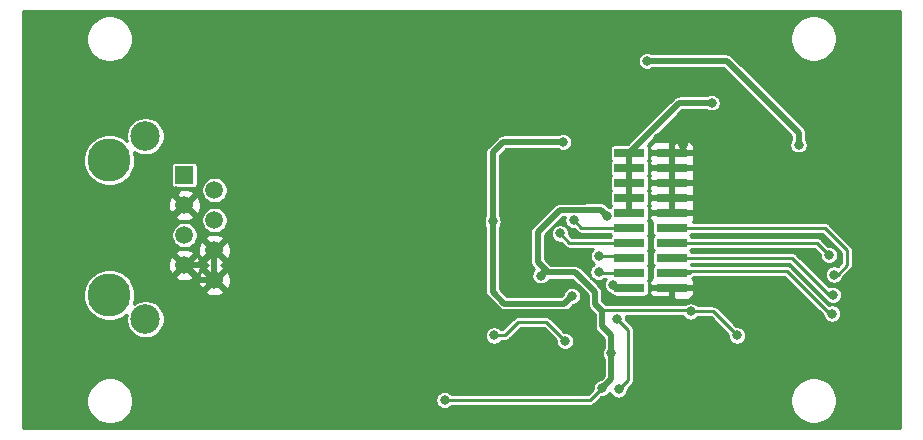
<source format=gbl>
G04 #@! TF.GenerationSoftware,KiCad,Pcbnew,5.1.9*
G04 #@! TF.CreationDate,2021-04-12T05:07:17-03:00*
G04 #@! TF.ProjectId,Controle,436f6e74-726f-46c6-952e-6b696361645f,rev?*
G04 #@! TF.SameCoordinates,Original*
G04 #@! TF.FileFunction,Copper,L2,Bot*
G04 #@! TF.FilePolarity,Positive*
%FSLAX46Y46*%
G04 Gerber Fmt 4.6, Leading zero omitted, Abs format (unit mm)*
G04 Created by KiCad (PCBNEW 5.1.9) date 2021-04-12 05:07:17*
%MOMM*%
%LPD*%
G01*
G04 APERTURE LIST*
G04 #@! TA.AperFunction,SMDPad,CuDef*
%ADD10R,2.540000X0.750000*%
G04 #@! TD*
G04 #@! TA.AperFunction,WasherPad*
%ADD11C,3.650000*%
G04 #@! TD*
G04 #@! TA.AperFunction,ComponentPad*
%ADD12R,1.500000X1.500000*%
G04 #@! TD*
G04 #@! TA.AperFunction,ComponentPad*
%ADD13C,1.500000*%
G04 #@! TD*
G04 #@! TA.AperFunction,ComponentPad*
%ADD14C,2.500000*%
G04 #@! TD*
G04 #@! TA.AperFunction,ViaPad*
%ADD15C,0.800000*%
G04 #@! TD*
G04 #@! TA.AperFunction,Conductor*
%ADD16C,0.250000*%
G04 #@! TD*
G04 #@! TA.AperFunction,Conductor*
%ADD17C,0.508000*%
G04 #@! TD*
G04 #@! TA.AperFunction,Conductor*
%ADD18C,0.254000*%
G04 #@! TD*
G04 #@! TA.AperFunction,Conductor*
%ADD19C,0.150000*%
G04 #@! TD*
G04 APERTURE END LIST*
D10*
X176026280Y-76215320D03*
X172426280Y-76215320D03*
X176026280Y-74945320D03*
X172426280Y-74945320D03*
X176026280Y-73675320D03*
X172426280Y-73675320D03*
X176026280Y-72405320D03*
X172426280Y-72405320D03*
X176026280Y-71135320D03*
X172426280Y-71135320D03*
X176026280Y-69865320D03*
X172426280Y-69865320D03*
X176026280Y-68595320D03*
X172426280Y-68595320D03*
X176026280Y-67325320D03*
X172426280Y-67325320D03*
X176026280Y-66055320D03*
X172426280Y-66055320D03*
X176026280Y-64785320D03*
X172426280Y-64785320D03*
D11*
X128401000Y-76840000D03*
X128401000Y-65410000D03*
D12*
X134751000Y-66680000D03*
D13*
X137291000Y-67950000D03*
X134751000Y-69220000D03*
X137291000Y-70490000D03*
X134751000Y-71760000D03*
X137291000Y-73030000D03*
X134751000Y-74300000D03*
X137291000Y-75570000D03*
D14*
X131451000Y-63375000D03*
X131451000Y-78875000D03*
D15*
X177611000Y-78227000D03*
X181548000Y-80259000D03*
X170880000Y-81783000D03*
X170118000Y-84704000D03*
X170556278Y-70115153D03*
X156783000Y-85720000D03*
X164911000Y-75213990D03*
X162244000Y-76703000D03*
X159358000Y-68067000D03*
X164232848Y-82374848D03*
X168340000Y-81783000D03*
X182945000Y-60574000D03*
X165546000Y-57399000D03*
X171896000Y-55748000D03*
X166816000Y-62733000D03*
X176927586Y-64095000D03*
X190692000Y-63495000D03*
X170245000Y-67305000D03*
X174870670Y-63548670D03*
X168467000Y-77592000D03*
X151703000Y-59939000D03*
X171007165Y-77212294D03*
X189508128Y-80166692D03*
X190763540Y-71796140D03*
X165582920Y-83689980D03*
X166028600Y-67914600D03*
X178144400Y-57957800D03*
X193994000Y-70886400D03*
X193867000Y-78430200D03*
X183148200Y-78735000D03*
X176290200Y-84043600D03*
X179947800Y-84018200D03*
X182538600Y-64180800D03*
X184900800Y-67965400D03*
X163641000Y-60929600D03*
X143194000Y-60802600D03*
X144514800Y-60802600D03*
X145886400Y-60853400D03*
X147512000Y-60828000D03*
X149239200Y-60828000D03*
X151068000Y-60828000D03*
X132780000Y-72334200D03*
X133008600Y-73832800D03*
X133364200Y-75280600D03*
X134634200Y-75991800D03*
X136259800Y-76576000D03*
X133821300Y-70149700D03*
X134024600Y-68067000D03*
X136183600Y-65146000D03*
X151137010Y-68505990D03*
X158865800Y-76931600D03*
X159395300Y-75276700D03*
X158764200Y-70556200D03*
X186120000Y-82189400D03*
X184404000Y-80933600D03*
X185180200Y-79065200D03*
X160491400Y-62580600D03*
X193333600Y-63520400D03*
X191835000Y-61158200D03*
X193486000Y-64739600D03*
X184977000Y-69489400D03*
X179338200Y-67279600D03*
X166816000Y-76068000D03*
X181192400Y-75839400D03*
X168848000Y-73655000D03*
X153684200Y-76118800D03*
X151195000Y-77617400D03*
X145835600Y-78277800D03*
X143702000Y-81198800D03*
X145937200Y-82900600D03*
X150687000Y-83053000D03*
X155653099Y-82989899D03*
X157468800Y-81605200D03*
X184316600Y-58389600D03*
X160847000Y-70607000D03*
X173928000Y-57018000D03*
X186755000Y-64130000D03*
X166816000Y-63876000D03*
X167545630Y-76922000D03*
X171032399Y-75966401D03*
X179389000Y-60574000D03*
X171515000Y-84831000D03*
X171388000Y-78862000D03*
X160974000Y-80259000D03*
X166980000Y-80714010D03*
X189574400Y-78404800D03*
X169813200Y-74899599D03*
X189675344Y-76816486D03*
X169864000Y-73528000D03*
X189333099Y-73439101D03*
X166562000Y-71623000D03*
X189737779Y-75098041D03*
X167705000Y-70480000D03*
D16*
X179516000Y-78227000D02*
X177611000Y-78227000D01*
X181548000Y-80259000D02*
X179516000Y-78227000D01*
D17*
X170880000Y-82799000D02*
X170880000Y-81783000D01*
X170880000Y-83942000D02*
X170880000Y-82799000D01*
X170118000Y-84704000D02*
X170880000Y-83942000D01*
D16*
X169102000Y-85720000D02*
X170118000Y-84704000D01*
X156783000Y-85720000D02*
X169102000Y-85720000D01*
D17*
X170880000Y-82799000D02*
X170880000Y-82291000D01*
X170880000Y-80259000D02*
X170118000Y-79497000D01*
X170880000Y-81783000D02*
X170880000Y-80259000D01*
X166527001Y-69625999D02*
X170067124Y-69625999D01*
X164657000Y-74036000D02*
X164657000Y-71496000D01*
X164657000Y-71496000D02*
X166527001Y-69625999D01*
X170067124Y-69625999D02*
X170556278Y-70115153D01*
X165546000Y-74925000D02*
X164657000Y-74036000D01*
X165199990Y-74925000D02*
X164911000Y-75213990D01*
X166181000Y-74925000D02*
X165199990Y-74925000D01*
X166181000Y-74925000D02*
X165546000Y-74925000D01*
D16*
X170208001Y-78136999D02*
X170118000Y-78227000D01*
X177520999Y-78136999D02*
X170208001Y-78136999D01*
X177611000Y-78227000D02*
X177520999Y-78136999D01*
D17*
X170118000Y-79497000D02*
X170118000Y-78227000D01*
X169508400Y-76601400D02*
X167832000Y-74925000D01*
X169508400Y-77592000D02*
X169508400Y-76601400D01*
X167832000Y-74925000D02*
X166181000Y-74925000D01*
X170118000Y-78201600D02*
X169508400Y-77592000D01*
X170118000Y-78227000D02*
X170118000Y-78201600D01*
X134751000Y-74300000D02*
X134751000Y-74164000D01*
X137291000Y-75570000D02*
X137291000Y-73029000D01*
X136021000Y-75570000D02*
X134751000Y-74300000D01*
X137291000Y-75570000D02*
X136021000Y-75570000D01*
X136021000Y-74300000D02*
X137291000Y-73030000D01*
X134751000Y-74300000D02*
X136021000Y-74300000D01*
X133546999Y-73095999D02*
X134751000Y-74300000D01*
X133546999Y-70424001D02*
X133546999Y-73095999D01*
X134751000Y-69220000D02*
X133821300Y-70149700D01*
D16*
X167748152Y-82374848D02*
X168340000Y-81783000D01*
X164232848Y-82374848D02*
X167748152Y-82374848D01*
D17*
X176026280Y-64063720D02*
X176026280Y-64785320D01*
X178661999Y-61428001D02*
X176026280Y-64063720D01*
X182090999Y-61428001D02*
X178661999Y-61428001D01*
X182945000Y-60574000D02*
X182090999Y-61428001D01*
X170245000Y-57399000D02*
X171896000Y-55748000D01*
X165546000Y-57399000D02*
X170245000Y-57399000D01*
X161877723Y-62733000D02*
X166816000Y-62733000D01*
X159358000Y-65252723D02*
X161877723Y-62733000D01*
X159358000Y-68067000D02*
X159358000Y-65252723D01*
X176927586Y-64095000D02*
X177781586Y-63241000D01*
X177781586Y-63241000D02*
X184215000Y-63241000D01*
X184215000Y-63241000D02*
X185993000Y-65019000D01*
X189168000Y-65019000D02*
X190692000Y-63495000D01*
X185993000Y-65019000D02*
X189168000Y-65019000D01*
X163948990Y-71202733D02*
X166233734Y-68917989D01*
X168632011Y-68917989D02*
X170245000Y-67305000D01*
X166233734Y-68917989D02*
X168632011Y-68917989D01*
X164501088Y-76068000D02*
X165038000Y-76068000D01*
X163948990Y-75515902D02*
X164501088Y-76068000D01*
X163948990Y-71202733D02*
X163948990Y-75515902D01*
X176381256Y-63548670D02*
X176927586Y-64095000D01*
X174870670Y-63548670D02*
X176381256Y-63548670D01*
X162879000Y-76068000D02*
X162244000Y-76703000D01*
X159992999Y-68701999D02*
X159358000Y-68067000D01*
X161540812Y-78265011D02*
X159992999Y-76717198D01*
X159992999Y-76717198D02*
X159992999Y-68701999D01*
X167793989Y-78265011D02*
X161540812Y-78265011D01*
X168467000Y-77592000D02*
X167793989Y-78265011D01*
X159958000Y-54605000D02*
X162752000Y-57399000D01*
X157037000Y-54605000D02*
X159958000Y-54605000D01*
X162752000Y-57399000D02*
X165546000Y-57399000D01*
X151703000Y-59939000D02*
X157037000Y-54605000D01*
X165038000Y-76068000D02*
X162879000Y-76068000D01*
X176026280Y-69865320D02*
X176026280Y-64785320D01*
X167959000Y-76068000D02*
X166816000Y-76068000D01*
X168797200Y-76906200D02*
X167959000Y-76068000D01*
X168797200Y-81325800D02*
X168797200Y-76906200D01*
X168340000Y-81783000D02*
X168797200Y-81325800D01*
X176026280Y-76215320D02*
X176026280Y-77098320D01*
X176026280Y-77098320D02*
X175912306Y-77212294D01*
X175912306Y-77212294D02*
X171007165Y-77212294D01*
D16*
X185499118Y-76215320D02*
X189450490Y-80166692D01*
X189450490Y-80166692D02*
X189508128Y-80166692D01*
X191319811Y-72352411D02*
X190763540Y-71796140D01*
X191319811Y-78355009D02*
X191319811Y-72352411D01*
X189508128Y-80166692D02*
X191319811Y-78355009D01*
X190763540Y-71796140D02*
X190763540Y-71796140D01*
D17*
X190661940Y-71796140D02*
X190763540Y-71796140D01*
X133821300Y-70149700D02*
X133546999Y-70424001D01*
X166816000Y-76068000D02*
X165038000Y-76068000D01*
D16*
X176026280Y-76215320D02*
X185499118Y-76215320D01*
D17*
X186755000Y-63120078D02*
X186755000Y-64130000D01*
X180652922Y-57018000D02*
X186755000Y-63120078D01*
X173928000Y-57018000D02*
X180652922Y-57018000D01*
X160847000Y-70607000D02*
X160847000Y-64765000D01*
X161736000Y-63876000D02*
X166816000Y-63876000D01*
X160847000Y-64765000D02*
X161736000Y-63876000D01*
X160847000Y-76569922D02*
X160847000Y-70607000D01*
X161834079Y-77557001D02*
X160847000Y-76569922D01*
X166910629Y-77557001D02*
X161834079Y-77557001D01*
X167545630Y-76922000D02*
X166910629Y-77557001D01*
X172426280Y-76215320D02*
X171281318Y-76215320D01*
X171281318Y-76215320D02*
X171032399Y-75966401D01*
X173255281Y-63956319D02*
X172426280Y-64785320D01*
X176637600Y-60574000D02*
X172426280Y-64785320D01*
X179389000Y-60574000D02*
X176637600Y-60574000D01*
X172426280Y-68595320D02*
X172426280Y-64785320D01*
X172426280Y-69865320D02*
X172426280Y-69822720D01*
X172426280Y-69822720D02*
X172426280Y-68595320D01*
D16*
X171515000Y-84831000D02*
X172295999Y-84050001D01*
X172295999Y-79769999D02*
X171388000Y-78862000D01*
X172295999Y-84050001D02*
X172295999Y-79769999D01*
X165381990Y-79116000D02*
X166980000Y-80714010D01*
X163006000Y-79116000D02*
X165381990Y-79116000D01*
X161863000Y-80259000D02*
X163006000Y-79116000D01*
X160974000Y-80259000D02*
X161863000Y-80259000D01*
X176026280Y-74945320D02*
X177546280Y-74945320D01*
X176026280Y-74945320D02*
X176199000Y-74772600D01*
X176199000Y-74772600D02*
X185739000Y-74772600D01*
X185739000Y-74772600D02*
X189574400Y-78608000D01*
X172426280Y-74945320D02*
X169858921Y-74945320D01*
X169858921Y-74945320D02*
X169813200Y-74899599D01*
X176026280Y-73675320D02*
X177546280Y-73675320D01*
X176026280Y-73675320D02*
X186180746Y-73675320D01*
X189321912Y-76816486D02*
X189675344Y-76816486D01*
X186180746Y-73675320D02*
X189321912Y-76816486D01*
X172278960Y-73528000D02*
X172426280Y-73675320D01*
X169864000Y-73528000D02*
X172278960Y-73528000D01*
X176026280Y-72405320D02*
X177546280Y-72405320D01*
X176026280Y-72405320D02*
X176066680Y-72405320D01*
X176026280Y-72405320D02*
X188299318Y-72405320D01*
X188299318Y-72405320D02*
X189333099Y-73439101D01*
X167344320Y-72405320D02*
X172426280Y-72405320D01*
X166562000Y-71623000D02*
X167344320Y-72405320D01*
X176026280Y-71135320D02*
X177377320Y-71135320D01*
X190061759Y-75098041D02*
X189737779Y-75098041D01*
X190869800Y-74290000D02*
X190061759Y-75098041D01*
X190869800Y-73045400D02*
X190869800Y-74290000D01*
X188959720Y-71135320D02*
X190869800Y-73045400D01*
X176026280Y-71135320D02*
X188959720Y-71135320D01*
X168360320Y-71135320D02*
X172426280Y-71135320D01*
X167705000Y-70480000D02*
X168360320Y-71135320D01*
D18*
X195320401Y-88093344D02*
X121128920Y-88093977D01*
X121128920Y-85598889D01*
X126455400Y-85598889D01*
X126455400Y-85989111D01*
X126531529Y-86371836D01*
X126680861Y-86732355D01*
X126897657Y-87056814D01*
X127173586Y-87332743D01*
X127498045Y-87549539D01*
X127858564Y-87698871D01*
X128241289Y-87775000D01*
X128631511Y-87775000D01*
X129014236Y-87698871D01*
X129374755Y-87549539D01*
X129699214Y-87332743D01*
X129975143Y-87056814D01*
X130191939Y-86732355D01*
X130341271Y-86371836D01*
X130417400Y-85989111D01*
X130417400Y-85643078D01*
X156002000Y-85643078D01*
X156002000Y-85796922D01*
X156032013Y-85947809D01*
X156090887Y-86089942D01*
X156176358Y-86217859D01*
X156285141Y-86326642D01*
X156413058Y-86412113D01*
X156555191Y-86470987D01*
X156706078Y-86501000D01*
X156859922Y-86501000D01*
X157010809Y-86470987D01*
X157152942Y-86412113D01*
X157280859Y-86326642D01*
X157381501Y-86226000D01*
X169077154Y-86226000D01*
X169102000Y-86228447D01*
X169126846Y-86226000D01*
X169126854Y-86226000D01*
X169201193Y-86218678D01*
X169296575Y-86189745D01*
X169384479Y-86142759D01*
X169461527Y-86079527D01*
X169477376Y-86060215D01*
X170052592Y-85485000D01*
X170194922Y-85485000D01*
X170345809Y-85454987D01*
X170487942Y-85396113D01*
X170615859Y-85310642D01*
X170724642Y-85201859D01*
X170785524Y-85110742D01*
X170822887Y-85200942D01*
X170908358Y-85328859D01*
X171017141Y-85437642D01*
X171145058Y-85523113D01*
X171287191Y-85581987D01*
X171438078Y-85612000D01*
X171591922Y-85612000D01*
X171742809Y-85581987D01*
X171759993Y-85574869D01*
X186044000Y-85574869D01*
X186044000Y-85965091D01*
X186120129Y-86347816D01*
X186269461Y-86708335D01*
X186486257Y-87032794D01*
X186762186Y-87308723D01*
X187086645Y-87525519D01*
X187447164Y-87674851D01*
X187829889Y-87750980D01*
X188220111Y-87750980D01*
X188602836Y-87674851D01*
X188963355Y-87525519D01*
X189287814Y-87308723D01*
X189563743Y-87032794D01*
X189780539Y-86708335D01*
X189929871Y-86347816D01*
X190006000Y-85965091D01*
X190006000Y-85574869D01*
X189929871Y-85192144D01*
X189780539Y-84831625D01*
X189563743Y-84507166D01*
X189287814Y-84231237D01*
X188963355Y-84014441D01*
X188602836Y-83865109D01*
X188220111Y-83788980D01*
X187829889Y-83788980D01*
X187447164Y-83865109D01*
X187086645Y-84014441D01*
X186762186Y-84231237D01*
X186486257Y-84507166D01*
X186269461Y-84831625D01*
X186120129Y-85192144D01*
X186044000Y-85574869D01*
X171759993Y-85574869D01*
X171884942Y-85523113D01*
X172012859Y-85437642D01*
X172121642Y-85328859D01*
X172207113Y-85200942D01*
X172265987Y-85058809D01*
X172296000Y-84907922D01*
X172296000Y-84765592D01*
X172636219Y-84425373D01*
X172655526Y-84409528D01*
X172718758Y-84332480D01*
X172765744Y-84244576D01*
X172794677Y-84149194D01*
X172801999Y-84074855D01*
X172801999Y-84074848D01*
X172804446Y-84050002D01*
X172801999Y-84025156D01*
X172801999Y-79794853D01*
X172804447Y-79769999D01*
X172794677Y-79670806D01*
X172765744Y-79575424D01*
X172746146Y-79538759D01*
X172718758Y-79487520D01*
X172655526Y-79410472D01*
X172636219Y-79394627D01*
X172169000Y-78927409D01*
X172169000Y-78785078D01*
X172140739Y-78642999D01*
X176949661Y-78642999D01*
X177004358Y-78724859D01*
X177113141Y-78833642D01*
X177241058Y-78919113D01*
X177383191Y-78977987D01*
X177534078Y-79008000D01*
X177687922Y-79008000D01*
X177838809Y-78977987D01*
X177980942Y-78919113D01*
X178108859Y-78833642D01*
X178209501Y-78733000D01*
X179306409Y-78733000D01*
X180767000Y-80193592D01*
X180767000Y-80335922D01*
X180797013Y-80486809D01*
X180855887Y-80628942D01*
X180941358Y-80756859D01*
X181050141Y-80865642D01*
X181178058Y-80951113D01*
X181320191Y-81009987D01*
X181471078Y-81040000D01*
X181624922Y-81040000D01*
X181775809Y-81009987D01*
X181917942Y-80951113D01*
X182045859Y-80865642D01*
X182154642Y-80756859D01*
X182240113Y-80628942D01*
X182298987Y-80486809D01*
X182329000Y-80335922D01*
X182329000Y-80182078D01*
X182298987Y-80031191D01*
X182240113Y-79889058D01*
X182154642Y-79761141D01*
X182045859Y-79652358D01*
X181917942Y-79566887D01*
X181775809Y-79508013D01*
X181624922Y-79478000D01*
X181482592Y-79478000D01*
X179891376Y-77886785D01*
X179875527Y-77867473D01*
X179798479Y-77804241D01*
X179710575Y-77757255D01*
X179615193Y-77728322D01*
X179540854Y-77721000D01*
X179540846Y-77721000D01*
X179516000Y-77718553D01*
X179491154Y-77721000D01*
X178209501Y-77721000D01*
X178108859Y-77620358D01*
X177980942Y-77534887D01*
X177838809Y-77476013D01*
X177687922Y-77446000D01*
X177534078Y-77446000D01*
X177383191Y-77476013D01*
X177241058Y-77534887D01*
X177113141Y-77620358D01*
X177102500Y-77630999D01*
X170445425Y-77630999D01*
X170143400Y-77328975D01*
X170143400Y-76632589D01*
X170146472Y-76601400D01*
X170141612Y-76552058D01*
X170134212Y-76476918D01*
X170097902Y-76357220D01*
X170078485Y-76320894D01*
X170038938Y-76246906D01*
X169979469Y-76174443D01*
X169979465Y-76174439D01*
X169959585Y-76150215D01*
X169935360Y-76130334D01*
X168303074Y-74498050D01*
X168283185Y-74473815D01*
X168186494Y-74394463D01*
X168076180Y-74335498D01*
X167956482Y-74299188D01*
X167863192Y-74290000D01*
X167863181Y-74290000D01*
X167832000Y-74286929D01*
X167800819Y-74290000D01*
X165809025Y-74290000D01*
X165292000Y-73772976D01*
X165292000Y-71759024D01*
X166790027Y-70260999D01*
X166952261Y-70260999D01*
X166924000Y-70403078D01*
X166924000Y-70556922D01*
X166954013Y-70707809D01*
X167012887Y-70849942D01*
X167098358Y-70977859D01*
X167207141Y-71086642D01*
X167335058Y-71172113D01*
X167477191Y-71230987D01*
X167628078Y-71261000D01*
X167770408Y-71261000D01*
X167984948Y-71475540D01*
X168000793Y-71494847D01*
X168077841Y-71558079D01*
X168165745Y-71605065D01*
X168238927Y-71627264D01*
X168261126Y-71633998D01*
X168271014Y-71634972D01*
X168335466Y-71641320D01*
X168335473Y-71641320D01*
X168360319Y-71643767D01*
X168385165Y-71641320D01*
X170797875Y-71641320D01*
X170802579Y-71656828D01*
X170837958Y-71723016D01*
X170876779Y-71770320D01*
X170837958Y-71817624D01*
X170802579Y-71883812D01*
X170797875Y-71899320D01*
X167553912Y-71899320D01*
X167343000Y-71688408D01*
X167343000Y-71546078D01*
X167312987Y-71395191D01*
X167254113Y-71253058D01*
X167168642Y-71125141D01*
X167059859Y-71016358D01*
X166931942Y-70930887D01*
X166789809Y-70872013D01*
X166638922Y-70842000D01*
X166485078Y-70842000D01*
X166334191Y-70872013D01*
X166192058Y-70930887D01*
X166064141Y-71016358D01*
X165955358Y-71125141D01*
X165869887Y-71253058D01*
X165811013Y-71395191D01*
X165781000Y-71546078D01*
X165781000Y-71699922D01*
X165811013Y-71850809D01*
X165869887Y-71992942D01*
X165955358Y-72120859D01*
X166064141Y-72229642D01*
X166192058Y-72315113D01*
X166334191Y-72373987D01*
X166485078Y-72404000D01*
X166627408Y-72404000D01*
X166968948Y-72745540D01*
X166984793Y-72764847D01*
X167061841Y-72828079D01*
X167149745Y-72875065D01*
X167245127Y-72903998D01*
X167344320Y-72913768D01*
X167369174Y-72911320D01*
X169381164Y-72911320D01*
X169366141Y-72921358D01*
X169257358Y-73030141D01*
X169171887Y-73158058D01*
X169113013Y-73300191D01*
X169083000Y-73451078D01*
X169083000Y-73604922D01*
X169113013Y-73755809D01*
X169171887Y-73897942D01*
X169257358Y-74025859D01*
X169366141Y-74134642D01*
X169462952Y-74199329D01*
X169443258Y-74207486D01*
X169315341Y-74292957D01*
X169206558Y-74401740D01*
X169121087Y-74529657D01*
X169062213Y-74671790D01*
X169032200Y-74822677D01*
X169032200Y-74976521D01*
X169062213Y-75127408D01*
X169121087Y-75269541D01*
X169206558Y-75397458D01*
X169315341Y-75506241D01*
X169443258Y-75591712D01*
X169585391Y-75650586D01*
X169736278Y-75680599D01*
X169890122Y-75680599D01*
X170041009Y-75650586D01*
X170183142Y-75591712D01*
X170311059Y-75506241D01*
X170365980Y-75451320D01*
X170442979Y-75451320D01*
X170425757Y-75468542D01*
X170340286Y-75596459D01*
X170281412Y-75738592D01*
X170251399Y-75889479D01*
X170251399Y-76043323D01*
X170281412Y-76194210D01*
X170340286Y-76336343D01*
X170425757Y-76464260D01*
X170534540Y-76573043D01*
X170662457Y-76658514D01*
X170795546Y-76713642D01*
X170802579Y-76736828D01*
X170837958Y-76803016D01*
X170885569Y-76861031D01*
X170943584Y-76908642D01*
X171009772Y-76944021D01*
X171081591Y-76965807D01*
X171156280Y-76973163D01*
X173696280Y-76973163D01*
X173770969Y-76965807D01*
X173842788Y-76944021D01*
X173908976Y-76908642D01*
X173966991Y-76861031D01*
X174014602Y-76803016D01*
X174049981Y-76736828D01*
X174071767Y-76665009D01*
X174079123Y-76590320D01*
X174118208Y-76590320D01*
X174130468Y-76714802D01*
X174166778Y-76834500D01*
X174225743Y-76944814D01*
X174305095Y-77041505D01*
X174401786Y-77120857D01*
X174512100Y-77179822D01*
X174631798Y-77216132D01*
X174756280Y-77228392D01*
X175740530Y-77225320D01*
X175899280Y-77066570D01*
X175899280Y-76342320D01*
X176153280Y-76342320D01*
X176153280Y-77066570D01*
X176312030Y-77225320D01*
X177296280Y-77228392D01*
X177420762Y-77216132D01*
X177540460Y-77179822D01*
X177650774Y-77120857D01*
X177747465Y-77041505D01*
X177826817Y-76944814D01*
X177885782Y-76834500D01*
X177922092Y-76714802D01*
X177934352Y-76590320D01*
X177931280Y-76501070D01*
X177772530Y-76342320D01*
X176153280Y-76342320D01*
X175899280Y-76342320D01*
X174280030Y-76342320D01*
X174121280Y-76501070D01*
X174118208Y-76590320D01*
X174079123Y-76590320D01*
X174079123Y-75840320D01*
X174071767Y-75765631D01*
X174049981Y-75693812D01*
X174014602Y-75627624D01*
X173975781Y-75580320D01*
X174014602Y-75533016D01*
X174049981Y-75466828D01*
X174071767Y-75395009D01*
X174079123Y-75320320D01*
X174079123Y-74570320D01*
X174071767Y-74495631D01*
X174049981Y-74423812D01*
X174014602Y-74357624D01*
X173975781Y-74310320D01*
X174014602Y-74263016D01*
X174049981Y-74196828D01*
X174071767Y-74125009D01*
X174079123Y-74050320D01*
X174079123Y-73300320D01*
X174071767Y-73225631D01*
X174049981Y-73153812D01*
X174014602Y-73087624D01*
X173975781Y-73040320D01*
X174014602Y-72993016D01*
X174049981Y-72926828D01*
X174071767Y-72855009D01*
X174079123Y-72780320D01*
X174079123Y-72030320D01*
X174071767Y-71955631D01*
X174049981Y-71883812D01*
X174014602Y-71817624D01*
X173975781Y-71770320D01*
X174014602Y-71723016D01*
X174049981Y-71656828D01*
X174071767Y-71585009D01*
X174079123Y-71510320D01*
X174079123Y-70760320D01*
X174071767Y-70685631D01*
X174049981Y-70613812D01*
X174014602Y-70547624D01*
X173975781Y-70500320D01*
X174014602Y-70453016D01*
X174049981Y-70386828D01*
X174071767Y-70315009D01*
X174079123Y-70240320D01*
X174118208Y-70240320D01*
X174130468Y-70364802D01*
X174166778Y-70484500D01*
X174225743Y-70594814D01*
X174305095Y-70691505D01*
X174374597Y-70748544D01*
X174373437Y-70760320D01*
X174373437Y-71510320D01*
X174380793Y-71585009D01*
X174402579Y-71656828D01*
X174437958Y-71723016D01*
X174476779Y-71770320D01*
X174437958Y-71817624D01*
X174402579Y-71883812D01*
X174380793Y-71955631D01*
X174373437Y-72030320D01*
X174373437Y-72780320D01*
X174380793Y-72855009D01*
X174402579Y-72926828D01*
X174437958Y-72993016D01*
X174476779Y-73040320D01*
X174437958Y-73087624D01*
X174402579Y-73153812D01*
X174380793Y-73225631D01*
X174373437Y-73300320D01*
X174373437Y-74050320D01*
X174380793Y-74125009D01*
X174402579Y-74196828D01*
X174437958Y-74263016D01*
X174476779Y-74310320D01*
X174437958Y-74357624D01*
X174402579Y-74423812D01*
X174380793Y-74495631D01*
X174373437Y-74570320D01*
X174373437Y-75320320D01*
X174374597Y-75332096D01*
X174305095Y-75389135D01*
X174225743Y-75485826D01*
X174166778Y-75596140D01*
X174130468Y-75715838D01*
X174118208Y-75840320D01*
X174121280Y-75929570D01*
X174280030Y-76088320D01*
X175899280Y-76088320D01*
X175899280Y-76068320D01*
X176153280Y-76068320D01*
X176153280Y-76088320D01*
X177772530Y-76088320D01*
X177931280Y-75929570D01*
X177934352Y-75840320D01*
X177922092Y-75715838D01*
X177885782Y-75596140D01*
X177826817Y-75485826D01*
X177760241Y-75404703D01*
X177828759Y-75368079D01*
X177905807Y-75304847D01*
X177927347Y-75278600D01*
X185529409Y-75278600D01*
X188808514Y-78557706D01*
X188823413Y-78632609D01*
X188882287Y-78774742D01*
X188967758Y-78902659D01*
X189076541Y-79011442D01*
X189204458Y-79096913D01*
X189346591Y-79155787D01*
X189497478Y-79185800D01*
X189651322Y-79185800D01*
X189802209Y-79155787D01*
X189944342Y-79096913D01*
X190072259Y-79011442D01*
X190181042Y-78902659D01*
X190266513Y-78774742D01*
X190325387Y-78632609D01*
X190355400Y-78481722D01*
X190355400Y-78327878D01*
X190325387Y-78176991D01*
X190266513Y-78034858D01*
X190181042Y-77906941D01*
X190072259Y-77798158D01*
X189944342Y-77712687D01*
X189802209Y-77653813D01*
X189651322Y-77623800D01*
X189497478Y-77623800D01*
X189346591Y-77653813D01*
X189338964Y-77656972D01*
X186114376Y-74432385D01*
X186098527Y-74413073D01*
X186021479Y-74349841D01*
X185933575Y-74302855D01*
X185838193Y-74273922D01*
X185763854Y-74266600D01*
X185763846Y-74266600D01*
X185739000Y-74264153D01*
X185714154Y-74266600D01*
X177611661Y-74266600D01*
X177614602Y-74263016D01*
X177649981Y-74196828D01*
X177654685Y-74181320D01*
X185971155Y-74181320D01*
X188946540Y-77156706D01*
X188962385Y-77176013D01*
X188993133Y-77201247D01*
X189068702Y-77314345D01*
X189177485Y-77423128D01*
X189305402Y-77508599D01*
X189447535Y-77567473D01*
X189598422Y-77597486D01*
X189752266Y-77597486D01*
X189903153Y-77567473D01*
X190045286Y-77508599D01*
X190173203Y-77423128D01*
X190281986Y-77314345D01*
X190367457Y-77186428D01*
X190426331Y-77044295D01*
X190456344Y-76893408D01*
X190456344Y-76739564D01*
X190426331Y-76588677D01*
X190367457Y-76446544D01*
X190281986Y-76318627D01*
X190173203Y-76209844D01*
X190045286Y-76124373D01*
X189903153Y-76065499D01*
X189752266Y-76035486D01*
X189598422Y-76035486D01*
X189447535Y-76065499D01*
X189333678Y-76112660D01*
X186556122Y-73335105D01*
X186540273Y-73315793D01*
X186463225Y-73252561D01*
X186375321Y-73205575D01*
X186279939Y-73176642D01*
X186205600Y-73169320D01*
X186205592Y-73169320D01*
X186180746Y-73166873D01*
X186155900Y-73169320D01*
X177654685Y-73169320D01*
X177649981Y-73153812D01*
X177614602Y-73087624D01*
X177575781Y-73040320D01*
X177614602Y-72993016D01*
X177649981Y-72926828D01*
X177654685Y-72911320D01*
X188089727Y-72911320D01*
X188552099Y-73373693D01*
X188552099Y-73516023D01*
X188582112Y-73666910D01*
X188640986Y-73809043D01*
X188726457Y-73936960D01*
X188835240Y-74045743D01*
X188963157Y-74131214D01*
X189105290Y-74190088D01*
X189256177Y-74220101D01*
X189410021Y-74220101D01*
X189560908Y-74190088D01*
X189703041Y-74131214D01*
X189830958Y-74045743D01*
X189939741Y-73936960D01*
X190025212Y-73809043D01*
X190084086Y-73666910D01*
X190114099Y-73516023D01*
X190114099Y-73362179D01*
X190084086Y-73211292D01*
X190025212Y-73069159D01*
X189939741Y-72941242D01*
X189830958Y-72832459D01*
X189703041Y-72746988D01*
X189560908Y-72688114D01*
X189410021Y-72658101D01*
X189267691Y-72658101D01*
X188674694Y-72065105D01*
X188658845Y-72045793D01*
X188581797Y-71982561D01*
X188493893Y-71935575D01*
X188398511Y-71906642D01*
X188324172Y-71899320D01*
X188324164Y-71899320D01*
X188299318Y-71896873D01*
X188274472Y-71899320D01*
X177654685Y-71899320D01*
X177649981Y-71883812D01*
X177614602Y-71817624D01*
X177575781Y-71770320D01*
X177614602Y-71723016D01*
X177649981Y-71656828D01*
X177654685Y-71641320D01*
X188750129Y-71641320D01*
X190363800Y-73254992D01*
X190363801Y-74080407D01*
X190058619Y-74385589D01*
X189965588Y-74347054D01*
X189814701Y-74317041D01*
X189660857Y-74317041D01*
X189509970Y-74347054D01*
X189367837Y-74405928D01*
X189239920Y-74491399D01*
X189131137Y-74600182D01*
X189045666Y-74728099D01*
X188986792Y-74870232D01*
X188956779Y-75021119D01*
X188956779Y-75174963D01*
X188986792Y-75325850D01*
X189045666Y-75467983D01*
X189131137Y-75595900D01*
X189239920Y-75704683D01*
X189367837Y-75790154D01*
X189509970Y-75849028D01*
X189660857Y-75879041D01*
X189814701Y-75879041D01*
X189965588Y-75849028D01*
X190107721Y-75790154D01*
X190235638Y-75704683D01*
X190344421Y-75595900D01*
X190429892Y-75467983D01*
X190445791Y-75429600D01*
X191210020Y-74665372D01*
X191229327Y-74649527D01*
X191292559Y-74572479D01*
X191339545Y-74484575D01*
X191368478Y-74389193D01*
X191375800Y-74314854D01*
X191378248Y-74290000D01*
X191375800Y-74265146D01*
X191375800Y-73070245D01*
X191378247Y-73045399D01*
X191375800Y-73020553D01*
X191375800Y-73020546D01*
X191368478Y-72946207D01*
X191339545Y-72850825D01*
X191292559Y-72762921D01*
X191229327Y-72685873D01*
X191210020Y-72670028D01*
X189335096Y-70795105D01*
X189319247Y-70775793D01*
X189242199Y-70712561D01*
X189154295Y-70665575D01*
X189058913Y-70636642D01*
X188984574Y-70629320D01*
X188984566Y-70629320D01*
X188959720Y-70626873D01*
X188934874Y-70629320D01*
X177798499Y-70629320D01*
X177826817Y-70594814D01*
X177885782Y-70484500D01*
X177922092Y-70364802D01*
X177934352Y-70240320D01*
X177931280Y-70151070D01*
X177772530Y-69992320D01*
X176153280Y-69992320D01*
X176153280Y-70012320D01*
X175899280Y-70012320D01*
X175899280Y-69992320D01*
X174280030Y-69992320D01*
X174121280Y-70151070D01*
X174118208Y-70240320D01*
X174079123Y-70240320D01*
X174079123Y-69490320D01*
X174071767Y-69415631D01*
X174049981Y-69343812D01*
X174014602Y-69277624D01*
X173975781Y-69230320D01*
X174014602Y-69183016D01*
X174049981Y-69116828D01*
X174071767Y-69045009D01*
X174079123Y-68970320D01*
X174118208Y-68970320D01*
X174130468Y-69094802D01*
X174166778Y-69214500D01*
X174175234Y-69230320D01*
X174166778Y-69246140D01*
X174130468Y-69365838D01*
X174118208Y-69490320D01*
X174121280Y-69579570D01*
X174280030Y-69738320D01*
X175899280Y-69738320D01*
X175899280Y-68722320D01*
X176153280Y-68722320D01*
X176153280Y-69738320D01*
X177772530Y-69738320D01*
X177931280Y-69579570D01*
X177934352Y-69490320D01*
X177922092Y-69365838D01*
X177885782Y-69246140D01*
X177877326Y-69230320D01*
X177885782Y-69214500D01*
X177922092Y-69094802D01*
X177934352Y-68970320D01*
X177931280Y-68881070D01*
X177772530Y-68722320D01*
X176153280Y-68722320D01*
X175899280Y-68722320D01*
X174280030Y-68722320D01*
X174121280Y-68881070D01*
X174118208Y-68970320D01*
X174079123Y-68970320D01*
X174079123Y-68220320D01*
X174071767Y-68145631D01*
X174049981Y-68073812D01*
X174014602Y-68007624D01*
X173975781Y-67960320D01*
X174014602Y-67913016D01*
X174049981Y-67846828D01*
X174071767Y-67775009D01*
X174079123Y-67700320D01*
X174118208Y-67700320D01*
X174130468Y-67824802D01*
X174166778Y-67944500D01*
X174175234Y-67960320D01*
X174166778Y-67976140D01*
X174130468Y-68095838D01*
X174118208Y-68220320D01*
X174121280Y-68309570D01*
X174280030Y-68468320D01*
X175899280Y-68468320D01*
X175899280Y-67452320D01*
X176153280Y-67452320D01*
X176153280Y-68468320D01*
X177772530Y-68468320D01*
X177931280Y-68309570D01*
X177934352Y-68220320D01*
X177922092Y-68095838D01*
X177885782Y-67976140D01*
X177877326Y-67960320D01*
X177885782Y-67944500D01*
X177922092Y-67824802D01*
X177934352Y-67700320D01*
X177931280Y-67611070D01*
X177772530Y-67452320D01*
X176153280Y-67452320D01*
X175899280Y-67452320D01*
X174280030Y-67452320D01*
X174121280Y-67611070D01*
X174118208Y-67700320D01*
X174079123Y-67700320D01*
X174079123Y-66950320D01*
X174071767Y-66875631D01*
X174049981Y-66803812D01*
X174014602Y-66737624D01*
X173975781Y-66690320D01*
X174014602Y-66643016D01*
X174049981Y-66576828D01*
X174071767Y-66505009D01*
X174079123Y-66430320D01*
X174118208Y-66430320D01*
X174130468Y-66554802D01*
X174166778Y-66674500D01*
X174175234Y-66690320D01*
X174166778Y-66706140D01*
X174130468Y-66825838D01*
X174118208Y-66950320D01*
X174121280Y-67039570D01*
X174280030Y-67198320D01*
X175899280Y-67198320D01*
X175899280Y-66182320D01*
X176153280Y-66182320D01*
X176153280Y-67198320D01*
X177772530Y-67198320D01*
X177931280Y-67039570D01*
X177934352Y-66950320D01*
X177922092Y-66825838D01*
X177885782Y-66706140D01*
X177877326Y-66690320D01*
X177885782Y-66674500D01*
X177922092Y-66554802D01*
X177934352Y-66430320D01*
X177931280Y-66341070D01*
X177772530Y-66182320D01*
X176153280Y-66182320D01*
X175899280Y-66182320D01*
X174280030Y-66182320D01*
X174121280Y-66341070D01*
X174118208Y-66430320D01*
X174079123Y-66430320D01*
X174079123Y-65680320D01*
X174071767Y-65605631D01*
X174049981Y-65533812D01*
X174014602Y-65467624D01*
X173975781Y-65420320D01*
X174014602Y-65373016D01*
X174049981Y-65306828D01*
X174071767Y-65235009D01*
X174079123Y-65160320D01*
X174118208Y-65160320D01*
X174130468Y-65284802D01*
X174166778Y-65404500D01*
X174175234Y-65420320D01*
X174166778Y-65436140D01*
X174130468Y-65555838D01*
X174118208Y-65680320D01*
X174121280Y-65769570D01*
X174280030Y-65928320D01*
X175899280Y-65928320D01*
X175899280Y-64912320D01*
X176153280Y-64912320D01*
X176153280Y-65928320D01*
X177772530Y-65928320D01*
X177931280Y-65769570D01*
X177934352Y-65680320D01*
X177922092Y-65555838D01*
X177885782Y-65436140D01*
X177877326Y-65420320D01*
X177885782Y-65404500D01*
X177922092Y-65284802D01*
X177934352Y-65160320D01*
X177931280Y-65071070D01*
X177772530Y-64912320D01*
X176153280Y-64912320D01*
X175899280Y-64912320D01*
X174280030Y-64912320D01*
X174121280Y-65071070D01*
X174118208Y-65160320D01*
X174079123Y-65160320D01*
X174079123Y-64410320D01*
X174118208Y-64410320D01*
X174121280Y-64499570D01*
X174280030Y-64658320D01*
X175899280Y-64658320D01*
X175899280Y-63934070D01*
X176153280Y-63934070D01*
X176153280Y-64658320D01*
X177772530Y-64658320D01*
X177931280Y-64499570D01*
X177934352Y-64410320D01*
X177922092Y-64285838D01*
X177885782Y-64166140D01*
X177826817Y-64055826D01*
X177747465Y-63959135D01*
X177650774Y-63879783D01*
X177540460Y-63820818D01*
X177420762Y-63784508D01*
X177296280Y-63772248D01*
X176312030Y-63775320D01*
X176153280Y-63934070D01*
X175899280Y-63934070D01*
X175740530Y-63775320D01*
X174756280Y-63772248D01*
X174631798Y-63784508D01*
X174512100Y-63820818D01*
X174401786Y-63879783D01*
X174305095Y-63959135D01*
X174225743Y-64055826D01*
X174166778Y-64166140D01*
X174130468Y-64285838D01*
X174118208Y-64410320D01*
X174079123Y-64410320D01*
X174071767Y-64335631D01*
X174049981Y-64263812D01*
X174014602Y-64197624D01*
X173968354Y-64141270D01*
X176900625Y-61209000D01*
X178933582Y-61209000D01*
X179019058Y-61266113D01*
X179161191Y-61324987D01*
X179312078Y-61355000D01*
X179465922Y-61355000D01*
X179616809Y-61324987D01*
X179758942Y-61266113D01*
X179886859Y-61180642D01*
X179995642Y-61071859D01*
X180081113Y-60943942D01*
X180139987Y-60801809D01*
X180170000Y-60650922D01*
X180170000Y-60497078D01*
X180139987Y-60346191D01*
X180081113Y-60204058D01*
X179995642Y-60076141D01*
X179886859Y-59967358D01*
X179758942Y-59881887D01*
X179616809Y-59823013D01*
X179465922Y-59793000D01*
X179312078Y-59793000D01*
X179161191Y-59823013D01*
X179019058Y-59881887D01*
X178933582Y-59939000D01*
X176668789Y-59939000D01*
X176637600Y-59935928D01*
X176606411Y-59939000D01*
X176606408Y-59939000D01*
X176513118Y-59948188D01*
X176393420Y-59984498D01*
X176283106Y-60043462D01*
X176229124Y-60087765D01*
X176186415Y-60122815D01*
X176166530Y-60147045D01*
X172828333Y-63485243D01*
X172828323Y-63485251D01*
X172286098Y-64027477D01*
X171156280Y-64027477D01*
X171081591Y-64034833D01*
X171009772Y-64056619D01*
X170943584Y-64091998D01*
X170885569Y-64139609D01*
X170837958Y-64197624D01*
X170802579Y-64263812D01*
X170780793Y-64335631D01*
X170773437Y-64410320D01*
X170773437Y-65160320D01*
X170780793Y-65235009D01*
X170802579Y-65306828D01*
X170837958Y-65373016D01*
X170876779Y-65420320D01*
X170837958Y-65467624D01*
X170802579Y-65533812D01*
X170780793Y-65605631D01*
X170773437Y-65680320D01*
X170773437Y-66430320D01*
X170780793Y-66505009D01*
X170802579Y-66576828D01*
X170837958Y-66643016D01*
X170876779Y-66690320D01*
X170837958Y-66737624D01*
X170802579Y-66803812D01*
X170780793Y-66875631D01*
X170773437Y-66950320D01*
X170773437Y-67700320D01*
X170780793Y-67775009D01*
X170802579Y-67846828D01*
X170837958Y-67913016D01*
X170876779Y-67960320D01*
X170837958Y-68007624D01*
X170802579Y-68073812D01*
X170780793Y-68145631D01*
X170773437Y-68220320D01*
X170773437Y-68970320D01*
X170780793Y-69045009D01*
X170802579Y-69116828D01*
X170837958Y-69183016D01*
X170876779Y-69230320D01*
X170837958Y-69277624D01*
X170802579Y-69343812D01*
X170795030Y-69368699D01*
X170784087Y-69364166D01*
X170683260Y-69344110D01*
X170538198Y-69199049D01*
X170518309Y-69174814D01*
X170421618Y-69095462D01*
X170311304Y-69036497D01*
X170191606Y-69000187D01*
X170098316Y-68990999D01*
X170098305Y-68990999D01*
X170067124Y-68987928D01*
X170035943Y-68990999D01*
X166558190Y-68990999D01*
X166527001Y-68987927D01*
X166495812Y-68990999D01*
X166495809Y-68990999D01*
X166402519Y-69000187D01*
X166282821Y-69036497D01*
X166172507Y-69095461D01*
X166100044Y-69154930D01*
X166100040Y-69154934D01*
X166075816Y-69174814D01*
X166055935Y-69199039D01*
X164230046Y-71024930D01*
X164205816Y-71044815D01*
X164185932Y-71069044D01*
X164126463Y-71141507D01*
X164067498Y-71251821D01*
X164043815Y-71329895D01*
X164031189Y-71371518D01*
X164026631Y-71417798D01*
X164018929Y-71496000D01*
X164022001Y-71527191D01*
X164022000Y-74004819D01*
X164018929Y-74036000D01*
X164022000Y-74067181D01*
X164022000Y-74067191D01*
X164031188Y-74160481D01*
X164067498Y-74280179D01*
X164126463Y-74390493D01*
X164205815Y-74487185D01*
X164230050Y-74507074D01*
X164371732Y-74648757D01*
X164304358Y-74716131D01*
X164218887Y-74844048D01*
X164160013Y-74986181D01*
X164130000Y-75137068D01*
X164130000Y-75290912D01*
X164160013Y-75441799D01*
X164218887Y-75583932D01*
X164304358Y-75711849D01*
X164413141Y-75820632D01*
X164541058Y-75906103D01*
X164683191Y-75964977D01*
X164834078Y-75994990D01*
X164987922Y-75994990D01*
X165138809Y-75964977D01*
X165280942Y-75906103D01*
X165408859Y-75820632D01*
X165517642Y-75711849D01*
X165603113Y-75583932D01*
X165613026Y-75560000D01*
X167568976Y-75560000D01*
X168873401Y-76864426D01*
X168873400Y-77560818D01*
X168870329Y-77592000D01*
X168873400Y-77623181D01*
X168873400Y-77623191D01*
X168882588Y-77716481D01*
X168918898Y-77836179D01*
X168977863Y-77946493D01*
X169057215Y-78043185D01*
X169081450Y-78063074D01*
X169483001Y-78464626D01*
X169483000Y-79465818D01*
X169479929Y-79497000D01*
X169483000Y-79528181D01*
X169483000Y-79528191D01*
X169492188Y-79621481D01*
X169528498Y-79741179D01*
X169587463Y-79851493D01*
X169666815Y-79948185D01*
X169691050Y-79968074D01*
X170245001Y-80522026D01*
X170245000Y-81327581D01*
X170187887Y-81413058D01*
X170129013Y-81555191D01*
X170099000Y-81706078D01*
X170099000Y-81859922D01*
X170129013Y-82010809D01*
X170187887Y-82152942D01*
X170245001Y-82238419D01*
X170245001Y-82259803D01*
X170245000Y-82259808D01*
X170245000Y-82830191D01*
X170245001Y-82830201D01*
X170245000Y-83678974D01*
X169991018Y-83932958D01*
X169890191Y-83953013D01*
X169748058Y-84011887D01*
X169620141Y-84097358D01*
X169511358Y-84206141D01*
X169425887Y-84334058D01*
X169367013Y-84476191D01*
X169337000Y-84627078D01*
X169337000Y-84769408D01*
X168892409Y-85214000D01*
X157381501Y-85214000D01*
X157280859Y-85113358D01*
X157152942Y-85027887D01*
X157010809Y-84969013D01*
X156859922Y-84939000D01*
X156706078Y-84939000D01*
X156555191Y-84969013D01*
X156413058Y-85027887D01*
X156285141Y-85113358D01*
X156176358Y-85222141D01*
X156090887Y-85350058D01*
X156032013Y-85492191D01*
X156002000Y-85643078D01*
X130417400Y-85643078D01*
X130417400Y-85598889D01*
X130341271Y-85216164D01*
X130191939Y-84855645D01*
X129975143Y-84531186D01*
X129699214Y-84255257D01*
X129374755Y-84038461D01*
X129014236Y-83889129D01*
X128631511Y-83813000D01*
X128241289Y-83813000D01*
X127858564Y-83889129D01*
X127498045Y-84038461D01*
X127173586Y-84255257D01*
X126897657Y-84531186D01*
X126680861Y-84855645D01*
X126531529Y-85216164D01*
X126455400Y-85598889D01*
X121128920Y-85598889D01*
X121128920Y-76622728D01*
X126195000Y-76622728D01*
X126195000Y-77057272D01*
X126279775Y-77483466D01*
X126446068Y-77884933D01*
X126687488Y-78246243D01*
X126994757Y-78553512D01*
X127356067Y-78794932D01*
X127757534Y-78961225D01*
X128183728Y-79046000D01*
X128618272Y-79046000D01*
X129044466Y-78961225D01*
X129445933Y-78794932D01*
X129807243Y-78553512D01*
X129863106Y-78497649D01*
X129820000Y-78714360D01*
X129820000Y-79035640D01*
X129882678Y-79350745D01*
X130005626Y-79647568D01*
X130184119Y-79914702D01*
X130411298Y-80141881D01*
X130678432Y-80320374D01*
X130975255Y-80443322D01*
X131290360Y-80506000D01*
X131611640Y-80506000D01*
X131926745Y-80443322D01*
X132223568Y-80320374D01*
X132430542Y-80182078D01*
X160193000Y-80182078D01*
X160193000Y-80335922D01*
X160223013Y-80486809D01*
X160281887Y-80628942D01*
X160367358Y-80756859D01*
X160476141Y-80865642D01*
X160604058Y-80951113D01*
X160746191Y-81009987D01*
X160897078Y-81040000D01*
X161050922Y-81040000D01*
X161201809Y-81009987D01*
X161343942Y-80951113D01*
X161471859Y-80865642D01*
X161572501Y-80765000D01*
X161838154Y-80765000D01*
X161863000Y-80767447D01*
X161887846Y-80765000D01*
X161887854Y-80765000D01*
X161962193Y-80757678D01*
X162057575Y-80728745D01*
X162145479Y-80681759D01*
X162222527Y-80618527D01*
X162238376Y-80599215D01*
X163215592Y-79622000D01*
X165172399Y-79622000D01*
X166199000Y-80648602D01*
X166199000Y-80790932D01*
X166229013Y-80941819D01*
X166287887Y-81083952D01*
X166373358Y-81211869D01*
X166482141Y-81320652D01*
X166610058Y-81406123D01*
X166752191Y-81464997D01*
X166903078Y-81495010D01*
X167056922Y-81495010D01*
X167207809Y-81464997D01*
X167349942Y-81406123D01*
X167477859Y-81320652D01*
X167586642Y-81211869D01*
X167672113Y-81083952D01*
X167730987Y-80941819D01*
X167761000Y-80790932D01*
X167761000Y-80637088D01*
X167730987Y-80486201D01*
X167672113Y-80344068D01*
X167586642Y-80216151D01*
X167477859Y-80107368D01*
X167349942Y-80021897D01*
X167207809Y-79963023D01*
X167056922Y-79933010D01*
X166914592Y-79933010D01*
X165757366Y-78775785D01*
X165741517Y-78756473D01*
X165664469Y-78693241D01*
X165576565Y-78646255D01*
X165481183Y-78617322D01*
X165406844Y-78610000D01*
X165406836Y-78610000D01*
X165381990Y-78607553D01*
X165357144Y-78610000D01*
X163030845Y-78610000D01*
X163005999Y-78607553D01*
X162981153Y-78610000D01*
X162981146Y-78610000D01*
X162916694Y-78616348D01*
X162906806Y-78617322D01*
X162846297Y-78635677D01*
X162811425Y-78646255D01*
X162723521Y-78693241D01*
X162646473Y-78756473D01*
X162630628Y-78775780D01*
X161653409Y-79753000D01*
X161572501Y-79753000D01*
X161471859Y-79652358D01*
X161343942Y-79566887D01*
X161201809Y-79508013D01*
X161050922Y-79478000D01*
X160897078Y-79478000D01*
X160746191Y-79508013D01*
X160604058Y-79566887D01*
X160476141Y-79652358D01*
X160367358Y-79761141D01*
X160281887Y-79889058D01*
X160223013Y-80031191D01*
X160193000Y-80182078D01*
X132430542Y-80182078D01*
X132490702Y-80141881D01*
X132717881Y-79914702D01*
X132896374Y-79647568D01*
X133019322Y-79350745D01*
X133082000Y-79035640D01*
X133082000Y-78714360D01*
X133019322Y-78399255D01*
X132896374Y-78102432D01*
X132717881Y-77835298D01*
X132490702Y-77608119D01*
X132223568Y-77429626D01*
X131926745Y-77306678D01*
X131611640Y-77244000D01*
X131290360Y-77244000D01*
X130975255Y-77306678D01*
X130678432Y-77429626D01*
X130493283Y-77553339D01*
X130522225Y-77483466D01*
X130607000Y-77057272D01*
X130607000Y-76622728D01*
X130587958Y-76526993D01*
X136513612Y-76526993D01*
X136579137Y-76765860D01*
X136826116Y-76881760D01*
X137090960Y-76947250D01*
X137363492Y-76959812D01*
X137633238Y-76918965D01*
X137889832Y-76826277D01*
X138002863Y-76765860D01*
X138068388Y-76526993D01*
X137291000Y-75749605D01*
X136513612Y-76526993D01*
X130587958Y-76526993D01*
X130522225Y-76196534D01*
X130355932Y-75795067D01*
X130114512Y-75433757D01*
X129937748Y-75256993D01*
X133973612Y-75256993D01*
X134039137Y-75495860D01*
X134286116Y-75611760D01*
X134550960Y-75677250D01*
X134823492Y-75689812D01*
X135093238Y-75648965D01*
X135111157Y-75642492D01*
X135901188Y-75642492D01*
X135942035Y-75912238D01*
X136034723Y-76168832D01*
X136095140Y-76281863D01*
X136334007Y-76347388D01*
X137111395Y-75570000D01*
X137470605Y-75570000D01*
X138247993Y-76347388D01*
X138486860Y-76281863D01*
X138602760Y-76034884D01*
X138668250Y-75770040D01*
X138680812Y-75497508D01*
X138639965Y-75227762D01*
X138547277Y-74971168D01*
X138486860Y-74858137D01*
X138247993Y-74792612D01*
X137470605Y-75570000D01*
X137111395Y-75570000D01*
X136334007Y-74792612D01*
X136095140Y-74858137D01*
X135979240Y-75105116D01*
X135913750Y-75369960D01*
X135901188Y-75642492D01*
X135111157Y-75642492D01*
X135349832Y-75556277D01*
X135462863Y-75495860D01*
X135528388Y-75256993D01*
X134751000Y-74479605D01*
X133973612Y-75256993D01*
X129937748Y-75256993D01*
X129807243Y-75126488D01*
X129445933Y-74885068D01*
X129044466Y-74718775D01*
X128618272Y-74634000D01*
X128183728Y-74634000D01*
X127757534Y-74718775D01*
X127356067Y-74885068D01*
X126994757Y-75126488D01*
X126687488Y-75433757D01*
X126446068Y-75795067D01*
X126279775Y-76196534D01*
X126195000Y-76622728D01*
X121128920Y-76622728D01*
X121128920Y-74372492D01*
X133361188Y-74372492D01*
X133402035Y-74642238D01*
X133494723Y-74898832D01*
X133555140Y-75011863D01*
X133794007Y-75077388D01*
X134571395Y-74300000D01*
X134930605Y-74300000D01*
X135707993Y-75077388D01*
X135946860Y-75011863D01*
X136062760Y-74764884D01*
X136128250Y-74500040D01*
X136140812Y-74227508D01*
X136104392Y-73986993D01*
X136513612Y-73986993D01*
X136579137Y-74225860D01*
X136734096Y-74298578D01*
X136692168Y-74313723D01*
X136579137Y-74374140D01*
X136513612Y-74613007D01*
X137291000Y-75390395D01*
X138068388Y-74613007D01*
X138002863Y-74374140D01*
X137847904Y-74301422D01*
X137889832Y-74286277D01*
X138002863Y-74225860D01*
X138068388Y-73986993D01*
X137291000Y-73209605D01*
X136513612Y-73986993D01*
X136104392Y-73986993D01*
X136099965Y-73957762D01*
X136007277Y-73701168D01*
X135946860Y-73588137D01*
X135707993Y-73522612D01*
X134930605Y-74300000D01*
X134571395Y-74300000D01*
X133794007Y-73522612D01*
X133555140Y-73588137D01*
X133439240Y-73835116D01*
X133373750Y-74099960D01*
X133361188Y-74372492D01*
X121128920Y-74372492D01*
X121128920Y-73343007D01*
X133973612Y-73343007D01*
X134751000Y-74120395D01*
X135528388Y-73343007D01*
X135462863Y-73104140D01*
X135459352Y-73102492D01*
X135901188Y-73102492D01*
X135942035Y-73372238D01*
X136034723Y-73628832D01*
X136095140Y-73741863D01*
X136334007Y-73807388D01*
X137111395Y-73030000D01*
X137470605Y-73030000D01*
X138247993Y-73807388D01*
X138486860Y-73741863D01*
X138602760Y-73494884D01*
X138668250Y-73230040D01*
X138680812Y-72957508D01*
X138639965Y-72687762D01*
X138547277Y-72431168D01*
X138486860Y-72318137D01*
X138247993Y-72252612D01*
X137470605Y-73030000D01*
X137111395Y-73030000D01*
X136334007Y-72252612D01*
X136095140Y-72318137D01*
X135979240Y-72565116D01*
X135913750Y-72829960D01*
X135901188Y-73102492D01*
X135459352Y-73102492D01*
X135215884Y-72988240D01*
X134951040Y-72922750D01*
X134678508Y-72910188D01*
X134408762Y-72951035D01*
X134152168Y-73043723D01*
X134039137Y-73104140D01*
X133973612Y-73343007D01*
X121128920Y-73343007D01*
X121128920Y-71648606D01*
X133620000Y-71648606D01*
X133620000Y-71871394D01*
X133663464Y-72089900D01*
X133748721Y-72295729D01*
X133872495Y-72480970D01*
X134030030Y-72638505D01*
X134215271Y-72762279D01*
X134421100Y-72847536D01*
X134639606Y-72891000D01*
X134862394Y-72891000D01*
X135080900Y-72847536D01*
X135286729Y-72762279D01*
X135471970Y-72638505D01*
X135629505Y-72480970D01*
X135753279Y-72295729D01*
X135838536Y-72089900D01*
X135841896Y-72073007D01*
X136513612Y-72073007D01*
X137291000Y-72850395D01*
X138068388Y-72073007D01*
X138002863Y-71834140D01*
X137755884Y-71718240D01*
X137491040Y-71652750D01*
X137218508Y-71640188D01*
X136948762Y-71681035D01*
X136692168Y-71773723D01*
X136579137Y-71834140D01*
X136513612Y-72073007D01*
X135841896Y-72073007D01*
X135882000Y-71871394D01*
X135882000Y-71648606D01*
X135838536Y-71430100D01*
X135753279Y-71224271D01*
X135629505Y-71039030D01*
X135471970Y-70881495D01*
X135286729Y-70757721D01*
X135080900Y-70672464D01*
X134862394Y-70629000D01*
X134639606Y-70629000D01*
X134421100Y-70672464D01*
X134215271Y-70757721D01*
X134030030Y-70881495D01*
X133872495Y-71039030D01*
X133748721Y-71224271D01*
X133663464Y-71430100D01*
X133620000Y-71648606D01*
X121128920Y-71648606D01*
X121128920Y-70176993D01*
X133973612Y-70176993D01*
X134039137Y-70415860D01*
X134286116Y-70531760D01*
X134550960Y-70597250D01*
X134823492Y-70609812D01*
X135093238Y-70568965D01*
X135349832Y-70476277D01*
X135462863Y-70415860D01*
X135473082Y-70378606D01*
X136160000Y-70378606D01*
X136160000Y-70601394D01*
X136203464Y-70819900D01*
X136288721Y-71025729D01*
X136412495Y-71210970D01*
X136570030Y-71368505D01*
X136755271Y-71492279D01*
X136961100Y-71577536D01*
X137179606Y-71621000D01*
X137402394Y-71621000D01*
X137620900Y-71577536D01*
X137826729Y-71492279D01*
X138011970Y-71368505D01*
X138169505Y-71210970D01*
X138293279Y-71025729D01*
X138378536Y-70819900D01*
X138422000Y-70601394D01*
X138422000Y-70530078D01*
X160066000Y-70530078D01*
X160066000Y-70683922D01*
X160096013Y-70834809D01*
X160154887Y-70976942D01*
X160212001Y-71062419D01*
X160212000Y-76538741D01*
X160208929Y-76569922D01*
X160212000Y-76601103D01*
X160212000Y-76601113D01*
X160221188Y-76694403D01*
X160257498Y-76814101D01*
X160316463Y-76924415D01*
X160395815Y-77021107D01*
X160420050Y-77040996D01*
X161363013Y-77983961D01*
X161382894Y-78008186D01*
X161407118Y-78028066D01*
X161407122Y-78028070D01*
X161479585Y-78087539D01*
X161589899Y-78146503D01*
X161709597Y-78182813D01*
X161802887Y-78192001D01*
X161802890Y-78192001D01*
X161834079Y-78195073D01*
X161865268Y-78192001D01*
X166879448Y-78192001D01*
X166910629Y-78195072D01*
X166941810Y-78192001D01*
X166941821Y-78192001D01*
X167035111Y-78182813D01*
X167154809Y-78146503D01*
X167265123Y-78087538D01*
X167361814Y-78008186D01*
X167381703Y-77983951D01*
X167672612Y-77693043D01*
X167773439Y-77672987D01*
X167915572Y-77614113D01*
X168043489Y-77528642D01*
X168152272Y-77419859D01*
X168237743Y-77291942D01*
X168296617Y-77149809D01*
X168326630Y-76998922D01*
X168326630Y-76845078D01*
X168296617Y-76694191D01*
X168237743Y-76552058D01*
X168152272Y-76424141D01*
X168043489Y-76315358D01*
X167915572Y-76229887D01*
X167773439Y-76171013D01*
X167622552Y-76141000D01*
X167468708Y-76141000D01*
X167317821Y-76171013D01*
X167175688Y-76229887D01*
X167047771Y-76315358D01*
X166938988Y-76424141D01*
X166853517Y-76552058D01*
X166794643Y-76694191D01*
X166774587Y-76795018D01*
X166647605Y-76922001D01*
X162097105Y-76922001D01*
X161482000Y-76306898D01*
X161482000Y-71062418D01*
X161539113Y-70976942D01*
X161597987Y-70834809D01*
X161628000Y-70683922D01*
X161628000Y-70530078D01*
X161597987Y-70379191D01*
X161539113Y-70237058D01*
X161482000Y-70151582D01*
X161482000Y-65028024D01*
X161999025Y-64511000D01*
X166360582Y-64511000D01*
X166446058Y-64568113D01*
X166588191Y-64626987D01*
X166739078Y-64657000D01*
X166892922Y-64657000D01*
X167043809Y-64626987D01*
X167185942Y-64568113D01*
X167313859Y-64482642D01*
X167422642Y-64373859D01*
X167508113Y-64245942D01*
X167566987Y-64103809D01*
X167597000Y-63952922D01*
X167597000Y-63799078D01*
X167566987Y-63648191D01*
X167508113Y-63506058D01*
X167422642Y-63378141D01*
X167313859Y-63269358D01*
X167185942Y-63183887D01*
X167043809Y-63125013D01*
X166892922Y-63095000D01*
X166739078Y-63095000D01*
X166588191Y-63125013D01*
X166446058Y-63183887D01*
X166360582Y-63241000D01*
X161767189Y-63241000D01*
X161736000Y-63237928D01*
X161704811Y-63241000D01*
X161704808Y-63241000D01*
X161611518Y-63250188D01*
X161491820Y-63286498D01*
X161381506Y-63345462D01*
X161340625Y-63379013D01*
X161284815Y-63424815D01*
X161264930Y-63449045D01*
X160420046Y-64293930D01*
X160395816Y-64313815D01*
X160375932Y-64338044D01*
X160316463Y-64410507D01*
X160257498Y-64520821D01*
X160221189Y-64640519D01*
X160208929Y-64765000D01*
X160212001Y-64796191D01*
X160212000Y-70151582D01*
X160154887Y-70237058D01*
X160096013Y-70379191D01*
X160066000Y-70530078D01*
X138422000Y-70530078D01*
X138422000Y-70378606D01*
X138378536Y-70160100D01*
X138293279Y-69954271D01*
X138169505Y-69769030D01*
X138011970Y-69611495D01*
X137826729Y-69487721D01*
X137620900Y-69402464D01*
X137402394Y-69359000D01*
X137179606Y-69359000D01*
X136961100Y-69402464D01*
X136755271Y-69487721D01*
X136570030Y-69611495D01*
X136412495Y-69769030D01*
X136288721Y-69954271D01*
X136203464Y-70160100D01*
X136160000Y-70378606D01*
X135473082Y-70378606D01*
X135528388Y-70176993D01*
X134751000Y-69399605D01*
X133973612Y-70176993D01*
X121128920Y-70176993D01*
X121128920Y-69292492D01*
X133361188Y-69292492D01*
X133402035Y-69562238D01*
X133494723Y-69818832D01*
X133555140Y-69931863D01*
X133794007Y-69997388D01*
X134571395Y-69220000D01*
X134930605Y-69220000D01*
X135707993Y-69997388D01*
X135946860Y-69931863D01*
X136062760Y-69684884D01*
X136128250Y-69420040D01*
X136140812Y-69147508D01*
X136099965Y-68877762D01*
X136007277Y-68621168D01*
X135946860Y-68508137D01*
X135707993Y-68442612D01*
X134930605Y-69220000D01*
X134571395Y-69220000D01*
X133794007Y-68442612D01*
X133555140Y-68508137D01*
X133439240Y-68755116D01*
X133373750Y-69019960D01*
X133361188Y-69292492D01*
X121128920Y-69292492D01*
X121128920Y-68263007D01*
X133973612Y-68263007D01*
X134751000Y-69040395D01*
X135528388Y-68263007D01*
X135462863Y-68024140D01*
X135215884Y-67908240D01*
X134951040Y-67842750D01*
X134861137Y-67838606D01*
X136160000Y-67838606D01*
X136160000Y-68061394D01*
X136203464Y-68279900D01*
X136288721Y-68485729D01*
X136412495Y-68670970D01*
X136570030Y-68828505D01*
X136755271Y-68952279D01*
X136961100Y-69037536D01*
X137179606Y-69081000D01*
X137402394Y-69081000D01*
X137620900Y-69037536D01*
X137826729Y-68952279D01*
X138011970Y-68828505D01*
X138169505Y-68670970D01*
X138293279Y-68485729D01*
X138378536Y-68279900D01*
X138422000Y-68061394D01*
X138422000Y-67838606D01*
X138378536Y-67620100D01*
X138293279Y-67414271D01*
X138169505Y-67229030D01*
X138011970Y-67071495D01*
X137826729Y-66947721D01*
X137620900Y-66862464D01*
X137402394Y-66819000D01*
X137179606Y-66819000D01*
X136961100Y-66862464D01*
X136755271Y-66947721D01*
X136570030Y-67071495D01*
X136412495Y-67229030D01*
X136288721Y-67414271D01*
X136203464Y-67620100D01*
X136160000Y-67838606D01*
X134861137Y-67838606D01*
X134678508Y-67830188D01*
X134408762Y-67871035D01*
X134152168Y-67963723D01*
X134039137Y-68024140D01*
X133973612Y-68263007D01*
X121128920Y-68263007D01*
X121128920Y-65192728D01*
X126195000Y-65192728D01*
X126195000Y-65627272D01*
X126279775Y-66053466D01*
X126446068Y-66454933D01*
X126687488Y-66816243D01*
X126994757Y-67123512D01*
X127356067Y-67364932D01*
X127757534Y-67531225D01*
X128183728Y-67616000D01*
X128618272Y-67616000D01*
X129044466Y-67531225D01*
X129445933Y-67364932D01*
X129807243Y-67123512D01*
X130114512Y-66816243D01*
X130355932Y-66454933D01*
X130522225Y-66053466D01*
X130546783Y-65930000D01*
X133618157Y-65930000D01*
X133618157Y-67430000D01*
X133625513Y-67504689D01*
X133647299Y-67576508D01*
X133682678Y-67642696D01*
X133730289Y-67700711D01*
X133788304Y-67748322D01*
X133854492Y-67783701D01*
X133926311Y-67805487D01*
X134001000Y-67812843D01*
X135501000Y-67812843D01*
X135575689Y-67805487D01*
X135647508Y-67783701D01*
X135713696Y-67748322D01*
X135771711Y-67700711D01*
X135819322Y-67642696D01*
X135854701Y-67576508D01*
X135876487Y-67504689D01*
X135883843Y-67430000D01*
X135883843Y-65930000D01*
X135876487Y-65855311D01*
X135854701Y-65783492D01*
X135819322Y-65717304D01*
X135771711Y-65659289D01*
X135713696Y-65611678D01*
X135647508Y-65576299D01*
X135575689Y-65554513D01*
X135501000Y-65547157D01*
X134001000Y-65547157D01*
X133926311Y-65554513D01*
X133854492Y-65576299D01*
X133788304Y-65611678D01*
X133730289Y-65659289D01*
X133682678Y-65717304D01*
X133647299Y-65783492D01*
X133625513Y-65855311D01*
X133618157Y-65930000D01*
X130546783Y-65930000D01*
X130607000Y-65627272D01*
X130607000Y-65192728D01*
X130522225Y-64766534D01*
X130493283Y-64696661D01*
X130678432Y-64820374D01*
X130975255Y-64943322D01*
X131290360Y-65006000D01*
X131611640Y-65006000D01*
X131926745Y-64943322D01*
X132223568Y-64820374D01*
X132490702Y-64641881D01*
X132717881Y-64414702D01*
X132896374Y-64147568D01*
X133019322Y-63850745D01*
X133082000Y-63535640D01*
X133082000Y-63214360D01*
X133019322Y-62899255D01*
X132896374Y-62602432D01*
X132717881Y-62335298D01*
X132490702Y-62108119D01*
X132223568Y-61929626D01*
X131926745Y-61806678D01*
X131611640Y-61744000D01*
X131290360Y-61744000D01*
X130975255Y-61806678D01*
X130678432Y-61929626D01*
X130411298Y-62108119D01*
X130184119Y-62335298D01*
X130005626Y-62602432D01*
X129882678Y-62899255D01*
X129820000Y-63214360D01*
X129820000Y-63535640D01*
X129863106Y-63752351D01*
X129807243Y-63696488D01*
X129445933Y-63455068D01*
X129044466Y-63288775D01*
X128618272Y-63204000D01*
X128183728Y-63204000D01*
X127757534Y-63288775D01*
X127356067Y-63455068D01*
X126994757Y-63696488D01*
X126687488Y-64003757D01*
X126446068Y-64365067D01*
X126279775Y-64766534D01*
X126195000Y-65192728D01*
X121128920Y-65192728D01*
X121128920Y-54948229D01*
X126442320Y-54948229D01*
X126442320Y-55338451D01*
X126518449Y-55721176D01*
X126667781Y-56081695D01*
X126884577Y-56406154D01*
X127160506Y-56682083D01*
X127484965Y-56898879D01*
X127845484Y-57048211D01*
X128228209Y-57124340D01*
X128618431Y-57124340D01*
X129001156Y-57048211D01*
X129259797Y-56941078D01*
X173147000Y-56941078D01*
X173147000Y-57094922D01*
X173177013Y-57245809D01*
X173235887Y-57387942D01*
X173321358Y-57515859D01*
X173430141Y-57624642D01*
X173558058Y-57710113D01*
X173700191Y-57768987D01*
X173851078Y-57799000D01*
X174004922Y-57799000D01*
X174155809Y-57768987D01*
X174297942Y-57710113D01*
X174383418Y-57653000D01*
X180389898Y-57653000D01*
X186120000Y-63383104D01*
X186120001Y-63674581D01*
X186062887Y-63760058D01*
X186004013Y-63902191D01*
X185974000Y-64053078D01*
X185974000Y-64206922D01*
X186004013Y-64357809D01*
X186062887Y-64499942D01*
X186148358Y-64627859D01*
X186257141Y-64736642D01*
X186385058Y-64822113D01*
X186527191Y-64880987D01*
X186678078Y-64911000D01*
X186831922Y-64911000D01*
X186982809Y-64880987D01*
X187124942Y-64822113D01*
X187252859Y-64736642D01*
X187361642Y-64627859D01*
X187447113Y-64499942D01*
X187505987Y-64357809D01*
X187536000Y-64206922D01*
X187536000Y-64053078D01*
X187505987Y-63902191D01*
X187447113Y-63760058D01*
X187390000Y-63674582D01*
X187390000Y-63151258D01*
X187393071Y-63120077D01*
X187390000Y-63088896D01*
X187390000Y-63088886D01*
X187380812Y-62995596D01*
X187344502Y-62875898D01*
X187285538Y-62765585D01*
X187285537Y-62765583D01*
X187226068Y-62693120D01*
X187226065Y-62693117D01*
X187206185Y-62668893D01*
X187181962Y-62649014D01*
X181123996Y-56591050D01*
X181104107Y-56566815D01*
X181007416Y-56487463D01*
X180897102Y-56428498D01*
X180777404Y-56392188D01*
X180684114Y-56383000D01*
X180684103Y-56383000D01*
X180652922Y-56379929D01*
X180621741Y-56383000D01*
X174383418Y-56383000D01*
X174297942Y-56325887D01*
X174155809Y-56267013D01*
X174004922Y-56237000D01*
X173851078Y-56237000D01*
X173700191Y-56267013D01*
X173558058Y-56325887D01*
X173430141Y-56411358D01*
X173321358Y-56520141D01*
X173235887Y-56648058D01*
X173177013Y-56790191D01*
X173147000Y-56941078D01*
X129259797Y-56941078D01*
X129361675Y-56898879D01*
X129686134Y-56682083D01*
X129962063Y-56406154D01*
X130178859Y-56081695D01*
X130328191Y-55721176D01*
X130404320Y-55338451D01*
X130404320Y-54948229D01*
X130399674Y-54924869D01*
X186031920Y-54924869D01*
X186031920Y-55315091D01*
X186108049Y-55697816D01*
X186257381Y-56058335D01*
X186474177Y-56382794D01*
X186750106Y-56658723D01*
X187074565Y-56875519D01*
X187435084Y-57024851D01*
X187817809Y-57100980D01*
X188208031Y-57100980D01*
X188590756Y-57024851D01*
X188951275Y-56875519D01*
X189275734Y-56658723D01*
X189551663Y-56382794D01*
X189768459Y-56058335D01*
X189917791Y-55697816D01*
X189993920Y-55315091D01*
X189993920Y-54924869D01*
X189917791Y-54542144D01*
X189768459Y-54181625D01*
X189551663Y-53857166D01*
X189275734Y-53581237D01*
X188951275Y-53364441D01*
X188590756Y-53215109D01*
X188208031Y-53138980D01*
X187817809Y-53138980D01*
X187435084Y-53215109D01*
X187074565Y-53364441D01*
X186750106Y-53581237D01*
X186474177Y-53857166D01*
X186257381Y-54181625D01*
X186108049Y-54542144D01*
X186031920Y-54924869D01*
X130399674Y-54924869D01*
X130328191Y-54565504D01*
X130178859Y-54204985D01*
X129962063Y-53880526D01*
X129686134Y-53604597D01*
X129361675Y-53387801D01*
X129001156Y-53238469D01*
X128618431Y-53162340D01*
X128228209Y-53162340D01*
X127845484Y-53238469D01*
X127484965Y-53387801D01*
X127160506Y-53604597D01*
X126884577Y-53880526D01*
X126667781Y-54204985D01*
X126518449Y-54565504D01*
X126442320Y-54948229D01*
X121128920Y-54948229D01*
X121128920Y-52820000D01*
X195320400Y-52820000D01*
X195320401Y-88093344D01*
G04 #@! TA.AperFunction,Conductor*
D19*
G36*
X195320401Y-88093344D02*
G01*
X121128920Y-88093977D01*
X121128920Y-85598889D01*
X126455400Y-85598889D01*
X126455400Y-85989111D01*
X126531529Y-86371836D01*
X126680861Y-86732355D01*
X126897657Y-87056814D01*
X127173586Y-87332743D01*
X127498045Y-87549539D01*
X127858564Y-87698871D01*
X128241289Y-87775000D01*
X128631511Y-87775000D01*
X129014236Y-87698871D01*
X129374755Y-87549539D01*
X129699214Y-87332743D01*
X129975143Y-87056814D01*
X130191939Y-86732355D01*
X130341271Y-86371836D01*
X130417400Y-85989111D01*
X130417400Y-85643078D01*
X156002000Y-85643078D01*
X156002000Y-85796922D01*
X156032013Y-85947809D01*
X156090887Y-86089942D01*
X156176358Y-86217859D01*
X156285141Y-86326642D01*
X156413058Y-86412113D01*
X156555191Y-86470987D01*
X156706078Y-86501000D01*
X156859922Y-86501000D01*
X157010809Y-86470987D01*
X157152942Y-86412113D01*
X157280859Y-86326642D01*
X157381501Y-86226000D01*
X169077154Y-86226000D01*
X169102000Y-86228447D01*
X169126846Y-86226000D01*
X169126854Y-86226000D01*
X169201193Y-86218678D01*
X169296575Y-86189745D01*
X169384479Y-86142759D01*
X169461527Y-86079527D01*
X169477376Y-86060215D01*
X170052592Y-85485000D01*
X170194922Y-85485000D01*
X170345809Y-85454987D01*
X170487942Y-85396113D01*
X170615859Y-85310642D01*
X170724642Y-85201859D01*
X170785524Y-85110742D01*
X170822887Y-85200942D01*
X170908358Y-85328859D01*
X171017141Y-85437642D01*
X171145058Y-85523113D01*
X171287191Y-85581987D01*
X171438078Y-85612000D01*
X171591922Y-85612000D01*
X171742809Y-85581987D01*
X171759993Y-85574869D01*
X186044000Y-85574869D01*
X186044000Y-85965091D01*
X186120129Y-86347816D01*
X186269461Y-86708335D01*
X186486257Y-87032794D01*
X186762186Y-87308723D01*
X187086645Y-87525519D01*
X187447164Y-87674851D01*
X187829889Y-87750980D01*
X188220111Y-87750980D01*
X188602836Y-87674851D01*
X188963355Y-87525519D01*
X189287814Y-87308723D01*
X189563743Y-87032794D01*
X189780539Y-86708335D01*
X189929871Y-86347816D01*
X190006000Y-85965091D01*
X190006000Y-85574869D01*
X189929871Y-85192144D01*
X189780539Y-84831625D01*
X189563743Y-84507166D01*
X189287814Y-84231237D01*
X188963355Y-84014441D01*
X188602836Y-83865109D01*
X188220111Y-83788980D01*
X187829889Y-83788980D01*
X187447164Y-83865109D01*
X187086645Y-84014441D01*
X186762186Y-84231237D01*
X186486257Y-84507166D01*
X186269461Y-84831625D01*
X186120129Y-85192144D01*
X186044000Y-85574869D01*
X171759993Y-85574869D01*
X171884942Y-85523113D01*
X172012859Y-85437642D01*
X172121642Y-85328859D01*
X172207113Y-85200942D01*
X172265987Y-85058809D01*
X172296000Y-84907922D01*
X172296000Y-84765592D01*
X172636219Y-84425373D01*
X172655526Y-84409528D01*
X172718758Y-84332480D01*
X172765744Y-84244576D01*
X172794677Y-84149194D01*
X172801999Y-84074855D01*
X172801999Y-84074848D01*
X172804446Y-84050002D01*
X172801999Y-84025156D01*
X172801999Y-79794853D01*
X172804447Y-79769999D01*
X172794677Y-79670806D01*
X172765744Y-79575424D01*
X172746146Y-79538759D01*
X172718758Y-79487520D01*
X172655526Y-79410472D01*
X172636219Y-79394627D01*
X172169000Y-78927409D01*
X172169000Y-78785078D01*
X172140739Y-78642999D01*
X176949661Y-78642999D01*
X177004358Y-78724859D01*
X177113141Y-78833642D01*
X177241058Y-78919113D01*
X177383191Y-78977987D01*
X177534078Y-79008000D01*
X177687922Y-79008000D01*
X177838809Y-78977987D01*
X177980942Y-78919113D01*
X178108859Y-78833642D01*
X178209501Y-78733000D01*
X179306409Y-78733000D01*
X180767000Y-80193592D01*
X180767000Y-80335922D01*
X180797013Y-80486809D01*
X180855887Y-80628942D01*
X180941358Y-80756859D01*
X181050141Y-80865642D01*
X181178058Y-80951113D01*
X181320191Y-81009987D01*
X181471078Y-81040000D01*
X181624922Y-81040000D01*
X181775809Y-81009987D01*
X181917942Y-80951113D01*
X182045859Y-80865642D01*
X182154642Y-80756859D01*
X182240113Y-80628942D01*
X182298987Y-80486809D01*
X182329000Y-80335922D01*
X182329000Y-80182078D01*
X182298987Y-80031191D01*
X182240113Y-79889058D01*
X182154642Y-79761141D01*
X182045859Y-79652358D01*
X181917942Y-79566887D01*
X181775809Y-79508013D01*
X181624922Y-79478000D01*
X181482592Y-79478000D01*
X179891376Y-77886785D01*
X179875527Y-77867473D01*
X179798479Y-77804241D01*
X179710575Y-77757255D01*
X179615193Y-77728322D01*
X179540854Y-77721000D01*
X179540846Y-77721000D01*
X179516000Y-77718553D01*
X179491154Y-77721000D01*
X178209501Y-77721000D01*
X178108859Y-77620358D01*
X177980942Y-77534887D01*
X177838809Y-77476013D01*
X177687922Y-77446000D01*
X177534078Y-77446000D01*
X177383191Y-77476013D01*
X177241058Y-77534887D01*
X177113141Y-77620358D01*
X177102500Y-77630999D01*
X170445425Y-77630999D01*
X170143400Y-77328975D01*
X170143400Y-76632589D01*
X170146472Y-76601400D01*
X170141612Y-76552058D01*
X170134212Y-76476918D01*
X170097902Y-76357220D01*
X170078485Y-76320894D01*
X170038938Y-76246906D01*
X169979469Y-76174443D01*
X169979465Y-76174439D01*
X169959585Y-76150215D01*
X169935360Y-76130334D01*
X168303074Y-74498050D01*
X168283185Y-74473815D01*
X168186494Y-74394463D01*
X168076180Y-74335498D01*
X167956482Y-74299188D01*
X167863192Y-74290000D01*
X167863181Y-74290000D01*
X167832000Y-74286929D01*
X167800819Y-74290000D01*
X165809025Y-74290000D01*
X165292000Y-73772976D01*
X165292000Y-71759024D01*
X166790027Y-70260999D01*
X166952261Y-70260999D01*
X166924000Y-70403078D01*
X166924000Y-70556922D01*
X166954013Y-70707809D01*
X167012887Y-70849942D01*
X167098358Y-70977859D01*
X167207141Y-71086642D01*
X167335058Y-71172113D01*
X167477191Y-71230987D01*
X167628078Y-71261000D01*
X167770408Y-71261000D01*
X167984948Y-71475540D01*
X168000793Y-71494847D01*
X168077841Y-71558079D01*
X168165745Y-71605065D01*
X168238927Y-71627264D01*
X168261126Y-71633998D01*
X168271014Y-71634972D01*
X168335466Y-71641320D01*
X168335473Y-71641320D01*
X168360319Y-71643767D01*
X168385165Y-71641320D01*
X170797875Y-71641320D01*
X170802579Y-71656828D01*
X170837958Y-71723016D01*
X170876779Y-71770320D01*
X170837958Y-71817624D01*
X170802579Y-71883812D01*
X170797875Y-71899320D01*
X167553912Y-71899320D01*
X167343000Y-71688408D01*
X167343000Y-71546078D01*
X167312987Y-71395191D01*
X167254113Y-71253058D01*
X167168642Y-71125141D01*
X167059859Y-71016358D01*
X166931942Y-70930887D01*
X166789809Y-70872013D01*
X166638922Y-70842000D01*
X166485078Y-70842000D01*
X166334191Y-70872013D01*
X166192058Y-70930887D01*
X166064141Y-71016358D01*
X165955358Y-71125141D01*
X165869887Y-71253058D01*
X165811013Y-71395191D01*
X165781000Y-71546078D01*
X165781000Y-71699922D01*
X165811013Y-71850809D01*
X165869887Y-71992942D01*
X165955358Y-72120859D01*
X166064141Y-72229642D01*
X166192058Y-72315113D01*
X166334191Y-72373987D01*
X166485078Y-72404000D01*
X166627408Y-72404000D01*
X166968948Y-72745540D01*
X166984793Y-72764847D01*
X167061841Y-72828079D01*
X167149745Y-72875065D01*
X167245127Y-72903998D01*
X167344320Y-72913768D01*
X167369174Y-72911320D01*
X169381164Y-72911320D01*
X169366141Y-72921358D01*
X169257358Y-73030141D01*
X169171887Y-73158058D01*
X169113013Y-73300191D01*
X169083000Y-73451078D01*
X169083000Y-73604922D01*
X169113013Y-73755809D01*
X169171887Y-73897942D01*
X169257358Y-74025859D01*
X169366141Y-74134642D01*
X169462952Y-74199329D01*
X169443258Y-74207486D01*
X169315341Y-74292957D01*
X169206558Y-74401740D01*
X169121087Y-74529657D01*
X169062213Y-74671790D01*
X169032200Y-74822677D01*
X169032200Y-74976521D01*
X169062213Y-75127408D01*
X169121087Y-75269541D01*
X169206558Y-75397458D01*
X169315341Y-75506241D01*
X169443258Y-75591712D01*
X169585391Y-75650586D01*
X169736278Y-75680599D01*
X169890122Y-75680599D01*
X170041009Y-75650586D01*
X170183142Y-75591712D01*
X170311059Y-75506241D01*
X170365980Y-75451320D01*
X170442979Y-75451320D01*
X170425757Y-75468542D01*
X170340286Y-75596459D01*
X170281412Y-75738592D01*
X170251399Y-75889479D01*
X170251399Y-76043323D01*
X170281412Y-76194210D01*
X170340286Y-76336343D01*
X170425757Y-76464260D01*
X170534540Y-76573043D01*
X170662457Y-76658514D01*
X170795546Y-76713642D01*
X170802579Y-76736828D01*
X170837958Y-76803016D01*
X170885569Y-76861031D01*
X170943584Y-76908642D01*
X171009772Y-76944021D01*
X171081591Y-76965807D01*
X171156280Y-76973163D01*
X173696280Y-76973163D01*
X173770969Y-76965807D01*
X173842788Y-76944021D01*
X173908976Y-76908642D01*
X173966991Y-76861031D01*
X174014602Y-76803016D01*
X174049981Y-76736828D01*
X174071767Y-76665009D01*
X174079123Y-76590320D01*
X174118208Y-76590320D01*
X174130468Y-76714802D01*
X174166778Y-76834500D01*
X174225743Y-76944814D01*
X174305095Y-77041505D01*
X174401786Y-77120857D01*
X174512100Y-77179822D01*
X174631798Y-77216132D01*
X174756280Y-77228392D01*
X175740530Y-77225320D01*
X175899280Y-77066570D01*
X175899280Y-76342320D01*
X176153280Y-76342320D01*
X176153280Y-77066570D01*
X176312030Y-77225320D01*
X177296280Y-77228392D01*
X177420762Y-77216132D01*
X177540460Y-77179822D01*
X177650774Y-77120857D01*
X177747465Y-77041505D01*
X177826817Y-76944814D01*
X177885782Y-76834500D01*
X177922092Y-76714802D01*
X177934352Y-76590320D01*
X177931280Y-76501070D01*
X177772530Y-76342320D01*
X176153280Y-76342320D01*
X175899280Y-76342320D01*
X174280030Y-76342320D01*
X174121280Y-76501070D01*
X174118208Y-76590320D01*
X174079123Y-76590320D01*
X174079123Y-75840320D01*
X174071767Y-75765631D01*
X174049981Y-75693812D01*
X174014602Y-75627624D01*
X173975781Y-75580320D01*
X174014602Y-75533016D01*
X174049981Y-75466828D01*
X174071767Y-75395009D01*
X174079123Y-75320320D01*
X174079123Y-74570320D01*
X174071767Y-74495631D01*
X174049981Y-74423812D01*
X174014602Y-74357624D01*
X173975781Y-74310320D01*
X174014602Y-74263016D01*
X174049981Y-74196828D01*
X174071767Y-74125009D01*
X174079123Y-74050320D01*
X174079123Y-73300320D01*
X174071767Y-73225631D01*
X174049981Y-73153812D01*
X174014602Y-73087624D01*
X173975781Y-73040320D01*
X174014602Y-72993016D01*
X174049981Y-72926828D01*
X174071767Y-72855009D01*
X174079123Y-72780320D01*
X174079123Y-72030320D01*
X174071767Y-71955631D01*
X174049981Y-71883812D01*
X174014602Y-71817624D01*
X173975781Y-71770320D01*
X174014602Y-71723016D01*
X174049981Y-71656828D01*
X174071767Y-71585009D01*
X174079123Y-71510320D01*
X174079123Y-70760320D01*
X174071767Y-70685631D01*
X174049981Y-70613812D01*
X174014602Y-70547624D01*
X173975781Y-70500320D01*
X174014602Y-70453016D01*
X174049981Y-70386828D01*
X174071767Y-70315009D01*
X174079123Y-70240320D01*
X174118208Y-70240320D01*
X174130468Y-70364802D01*
X174166778Y-70484500D01*
X174225743Y-70594814D01*
X174305095Y-70691505D01*
X174374597Y-70748544D01*
X174373437Y-70760320D01*
X174373437Y-71510320D01*
X174380793Y-71585009D01*
X174402579Y-71656828D01*
X174437958Y-71723016D01*
X174476779Y-71770320D01*
X174437958Y-71817624D01*
X174402579Y-71883812D01*
X174380793Y-71955631D01*
X174373437Y-72030320D01*
X174373437Y-72780320D01*
X174380793Y-72855009D01*
X174402579Y-72926828D01*
X174437958Y-72993016D01*
X174476779Y-73040320D01*
X174437958Y-73087624D01*
X174402579Y-73153812D01*
X174380793Y-73225631D01*
X174373437Y-73300320D01*
X174373437Y-74050320D01*
X174380793Y-74125009D01*
X174402579Y-74196828D01*
X174437958Y-74263016D01*
X174476779Y-74310320D01*
X174437958Y-74357624D01*
X174402579Y-74423812D01*
X174380793Y-74495631D01*
X174373437Y-74570320D01*
X174373437Y-75320320D01*
X174374597Y-75332096D01*
X174305095Y-75389135D01*
X174225743Y-75485826D01*
X174166778Y-75596140D01*
X174130468Y-75715838D01*
X174118208Y-75840320D01*
X174121280Y-75929570D01*
X174280030Y-76088320D01*
X175899280Y-76088320D01*
X175899280Y-76068320D01*
X176153280Y-76068320D01*
X176153280Y-76088320D01*
X177772530Y-76088320D01*
X177931280Y-75929570D01*
X177934352Y-75840320D01*
X177922092Y-75715838D01*
X177885782Y-75596140D01*
X177826817Y-75485826D01*
X177760241Y-75404703D01*
X177828759Y-75368079D01*
X177905807Y-75304847D01*
X177927347Y-75278600D01*
X185529409Y-75278600D01*
X188808514Y-78557706D01*
X188823413Y-78632609D01*
X188882287Y-78774742D01*
X188967758Y-78902659D01*
X189076541Y-79011442D01*
X189204458Y-79096913D01*
X189346591Y-79155787D01*
X189497478Y-79185800D01*
X189651322Y-79185800D01*
X189802209Y-79155787D01*
X189944342Y-79096913D01*
X190072259Y-79011442D01*
X190181042Y-78902659D01*
X190266513Y-78774742D01*
X190325387Y-78632609D01*
X190355400Y-78481722D01*
X190355400Y-78327878D01*
X190325387Y-78176991D01*
X190266513Y-78034858D01*
X190181042Y-77906941D01*
X190072259Y-77798158D01*
X189944342Y-77712687D01*
X189802209Y-77653813D01*
X189651322Y-77623800D01*
X189497478Y-77623800D01*
X189346591Y-77653813D01*
X189338964Y-77656972D01*
X186114376Y-74432385D01*
X186098527Y-74413073D01*
X186021479Y-74349841D01*
X185933575Y-74302855D01*
X185838193Y-74273922D01*
X185763854Y-74266600D01*
X185763846Y-74266600D01*
X185739000Y-74264153D01*
X185714154Y-74266600D01*
X177611661Y-74266600D01*
X177614602Y-74263016D01*
X177649981Y-74196828D01*
X177654685Y-74181320D01*
X185971155Y-74181320D01*
X188946540Y-77156706D01*
X188962385Y-77176013D01*
X188993133Y-77201247D01*
X189068702Y-77314345D01*
X189177485Y-77423128D01*
X189305402Y-77508599D01*
X189447535Y-77567473D01*
X189598422Y-77597486D01*
X189752266Y-77597486D01*
X189903153Y-77567473D01*
X190045286Y-77508599D01*
X190173203Y-77423128D01*
X190281986Y-77314345D01*
X190367457Y-77186428D01*
X190426331Y-77044295D01*
X190456344Y-76893408D01*
X190456344Y-76739564D01*
X190426331Y-76588677D01*
X190367457Y-76446544D01*
X190281986Y-76318627D01*
X190173203Y-76209844D01*
X190045286Y-76124373D01*
X189903153Y-76065499D01*
X189752266Y-76035486D01*
X189598422Y-76035486D01*
X189447535Y-76065499D01*
X189333678Y-76112660D01*
X186556122Y-73335105D01*
X186540273Y-73315793D01*
X186463225Y-73252561D01*
X186375321Y-73205575D01*
X186279939Y-73176642D01*
X186205600Y-73169320D01*
X186205592Y-73169320D01*
X186180746Y-73166873D01*
X186155900Y-73169320D01*
X177654685Y-73169320D01*
X177649981Y-73153812D01*
X177614602Y-73087624D01*
X177575781Y-73040320D01*
X177614602Y-72993016D01*
X177649981Y-72926828D01*
X177654685Y-72911320D01*
X188089727Y-72911320D01*
X188552099Y-73373693D01*
X188552099Y-73516023D01*
X188582112Y-73666910D01*
X188640986Y-73809043D01*
X188726457Y-73936960D01*
X188835240Y-74045743D01*
X188963157Y-74131214D01*
X189105290Y-74190088D01*
X189256177Y-74220101D01*
X189410021Y-74220101D01*
X189560908Y-74190088D01*
X189703041Y-74131214D01*
X189830958Y-74045743D01*
X189939741Y-73936960D01*
X190025212Y-73809043D01*
X190084086Y-73666910D01*
X190114099Y-73516023D01*
X190114099Y-73362179D01*
X190084086Y-73211292D01*
X190025212Y-73069159D01*
X189939741Y-72941242D01*
X189830958Y-72832459D01*
X189703041Y-72746988D01*
X189560908Y-72688114D01*
X189410021Y-72658101D01*
X189267691Y-72658101D01*
X188674694Y-72065105D01*
X188658845Y-72045793D01*
X188581797Y-71982561D01*
X188493893Y-71935575D01*
X188398511Y-71906642D01*
X188324172Y-71899320D01*
X188324164Y-71899320D01*
X188299318Y-71896873D01*
X188274472Y-71899320D01*
X177654685Y-71899320D01*
X177649981Y-71883812D01*
X177614602Y-71817624D01*
X177575781Y-71770320D01*
X177614602Y-71723016D01*
X177649981Y-71656828D01*
X177654685Y-71641320D01*
X188750129Y-71641320D01*
X190363800Y-73254992D01*
X190363801Y-74080407D01*
X190058619Y-74385589D01*
X189965588Y-74347054D01*
X189814701Y-74317041D01*
X189660857Y-74317041D01*
X189509970Y-74347054D01*
X189367837Y-74405928D01*
X189239920Y-74491399D01*
X189131137Y-74600182D01*
X189045666Y-74728099D01*
X188986792Y-74870232D01*
X188956779Y-75021119D01*
X188956779Y-75174963D01*
X188986792Y-75325850D01*
X189045666Y-75467983D01*
X189131137Y-75595900D01*
X189239920Y-75704683D01*
X189367837Y-75790154D01*
X189509970Y-75849028D01*
X189660857Y-75879041D01*
X189814701Y-75879041D01*
X189965588Y-75849028D01*
X190107721Y-75790154D01*
X190235638Y-75704683D01*
X190344421Y-75595900D01*
X190429892Y-75467983D01*
X190445791Y-75429600D01*
X191210020Y-74665372D01*
X191229327Y-74649527D01*
X191292559Y-74572479D01*
X191339545Y-74484575D01*
X191368478Y-74389193D01*
X191375800Y-74314854D01*
X191378248Y-74290000D01*
X191375800Y-74265146D01*
X191375800Y-73070245D01*
X191378247Y-73045399D01*
X191375800Y-73020553D01*
X191375800Y-73020546D01*
X191368478Y-72946207D01*
X191339545Y-72850825D01*
X191292559Y-72762921D01*
X191229327Y-72685873D01*
X191210020Y-72670028D01*
X189335096Y-70795105D01*
X189319247Y-70775793D01*
X189242199Y-70712561D01*
X189154295Y-70665575D01*
X189058913Y-70636642D01*
X188984574Y-70629320D01*
X188984566Y-70629320D01*
X188959720Y-70626873D01*
X188934874Y-70629320D01*
X177798499Y-70629320D01*
X177826817Y-70594814D01*
X177885782Y-70484500D01*
X177922092Y-70364802D01*
X177934352Y-70240320D01*
X177931280Y-70151070D01*
X177772530Y-69992320D01*
X176153280Y-69992320D01*
X176153280Y-70012320D01*
X175899280Y-70012320D01*
X175899280Y-69992320D01*
X174280030Y-69992320D01*
X174121280Y-70151070D01*
X174118208Y-70240320D01*
X174079123Y-70240320D01*
X174079123Y-69490320D01*
X174071767Y-69415631D01*
X174049981Y-69343812D01*
X174014602Y-69277624D01*
X173975781Y-69230320D01*
X174014602Y-69183016D01*
X174049981Y-69116828D01*
X174071767Y-69045009D01*
X174079123Y-68970320D01*
X174118208Y-68970320D01*
X174130468Y-69094802D01*
X174166778Y-69214500D01*
X174175234Y-69230320D01*
X174166778Y-69246140D01*
X174130468Y-69365838D01*
X174118208Y-69490320D01*
X174121280Y-69579570D01*
X174280030Y-69738320D01*
X175899280Y-69738320D01*
X175899280Y-68722320D01*
X176153280Y-68722320D01*
X176153280Y-69738320D01*
X177772530Y-69738320D01*
X177931280Y-69579570D01*
X177934352Y-69490320D01*
X177922092Y-69365838D01*
X177885782Y-69246140D01*
X177877326Y-69230320D01*
X177885782Y-69214500D01*
X177922092Y-69094802D01*
X177934352Y-68970320D01*
X177931280Y-68881070D01*
X177772530Y-68722320D01*
X176153280Y-68722320D01*
X175899280Y-68722320D01*
X174280030Y-68722320D01*
X174121280Y-68881070D01*
X174118208Y-68970320D01*
X174079123Y-68970320D01*
X174079123Y-68220320D01*
X174071767Y-68145631D01*
X174049981Y-68073812D01*
X174014602Y-68007624D01*
X173975781Y-67960320D01*
X174014602Y-67913016D01*
X174049981Y-67846828D01*
X174071767Y-67775009D01*
X174079123Y-67700320D01*
X174118208Y-67700320D01*
X174130468Y-67824802D01*
X174166778Y-67944500D01*
X174175234Y-67960320D01*
X174166778Y-67976140D01*
X174130468Y-68095838D01*
X174118208Y-68220320D01*
X174121280Y-68309570D01*
X174280030Y-68468320D01*
X175899280Y-68468320D01*
X175899280Y-67452320D01*
X176153280Y-67452320D01*
X176153280Y-68468320D01*
X177772530Y-68468320D01*
X177931280Y-68309570D01*
X177934352Y-68220320D01*
X177922092Y-68095838D01*
X177885782Y-67976140D01*
X177877326Y-67960320D01*
X177885782Y-67944500D01*
X177922092Y-67824802D01*
X177934352Y-67700320D01*
X177931280Y-67611070D01*
X177772530Y-67452320D01*
X176153280Y-67452320D01*
X175899280Y-67452320D01*
X174280030Y-67452320D01*
X174121280Y-67611070D01*
X174118208Y-67700320D01*
X174079123Y-67700320D01*
X174079123Y-66950320D01*
X174071767Y-66875631D01*
X174049981Y-66803812D01*
X174014602Y-66737624D01*
X173975781Y-66690320D01*
X174014602Y-66643016D01*
X174049981Y-66576828D01*
X174071767Y-66505009D01*
X174079123Y-66430320D01*
X174118208Y-66430320D01*
X174130468Y-66554802D01*
X174166778Y-66674500D01*
X174175234Y-66690320D01*
X174166778Y-66706140D01*
X174130468Y-66825838D01*
X174118208Y-66950320D01*
X174121280Y-67039570D01*
X174280030Y-67198320D01*
X175899280Y-67198320D01*
X175899280Y-66182320D01*
X176153280Y-66182320D01*
X176153280Y-67198320D01*
X177772530Y-67198320D01*
X177931280Y-67039570D01*
X177934352Y-66950320D01*
X177922092Y-66825838D01*
X177885782Y-66706140D01*
X177877326Y-66690320D01*
X177885782Y-66674500D01*
X177922092Y-66554802D01*
X177934352Y-66430320D01*
X177931280Y-66341070D01*
X177772530Y-66182320D01*
X176153280Y-66182320D01*
X175899280Y-66182320D01*
X174280030Y-66182320D01*
X174121280Y-66341070D01*
X174118208Y-66430320D01*
X174079123Y-66430320D01*
X174079123Y-65680320D01*
X174071767Y-65605631D01*
X174049981Y-65533812D01*
X174014602Y-65467624D01*
X173975781Y-65420320D01*
X174014602Y-65373016D01*
X174049981Y-65306828D01*
X174071767Y-65235009D01*
X174079123Y-65160320D01*
X174118208Y-65160320D01*
X174130468Y-65284802D01*
X174166778Y-65404500D01*
X174175234Y-65420320D01*
X174166778Y-65436140D01*
X174130468Y-65555838D01*
X174118208Y-65680320D01*
X174121280Y-65769570D01*
X174280030Y-65928320D01*
X175899280Y-65928320D01*
X175899280Y-64912320D01*
X176153280Y-64912320D01*
X176153280Y-65928320D01*
X177772530Y-65928320D01*
X177931280Y-65769570D01*
X177934352Y-65680320D01*
X177922092Y-65555838D01*
X177885782Y-65436140D01*
X177877326Y-65420320D01*
X177885782Y-65404500D01*
X177922092Y-65284802D01*
X177934352Y-65160320D01*
X177931280Y-65071070D01*
X177772530Y-64912320D01*
X176153280Y-64912320D01*
X175899280Y-64912320D01*
X174280030Y-64912320D01*
X174121280Y-65071070D01*
X174118208Y-65160320D01*
X174079123Y-65160320D01*
X174079123Y-64410320D01*
X174118208Y-64410320D01*
X174121280Y-64499570D01*
X174280030Y-64658320D01*
X175899280Y-64658320D01*
X175899280Y-63934070D01*
X176153280Y-63934070D01*
X176153280Y-64658320D01*
X177772530Y-64658320D01*
X177931280Y-64499570D01*
X177934352Y-64410320D01*
X177922092Y-64285838D01*
X177885782Y-64166140D01*
X177826817Y-64055826D01*
X177747465Y-63959135D01*
X177650774Y-63879783D01*
X177540460Y-63820818D01*
X177420762Y-63784508D01*
X177296280Y-63772248D01*
X176312030Y-63775320D01*
X176153280Y-63934070D01*
X175899280Y-63934070D01*
X175740530Y-63775320D01*
X174756280Y-63772248D01*
X174631798Y-63784508D01*
X174512100Y-63820818D01*
X174401786Y-63879783D01*
X174305095Y-63959135D01*
X174225743Y-64055826D01*
X174166778Y-64166140D01*
X174130468Y-64285838D01*
X174118208Y-64410320D01*
X174079123Y-64410320D01*
X174071767Y-64335631D01*
X174049981Y-64263812D01*
X174014602Y-64197624D01*
X173968354Y-64141270D01*
X176900625Y-61209000D01*
X178933582Y-61209000D01*
X179019058Y-61266113D01*
X179161191Y-61324987D01*
X179312078Y-61355000D01*
X179465922Y-61355000D01*
X179616809Y-61324987D01*
X179758942Y-61266113D01*
X179886859Y-61180642D01*
X179995642Y-61071859D01*
X180081113Y-60943942D01*
X180139987Y-60801809D01*
X180170000Y-60650922D01*
X180170000Y-60497078D01*
X180139987Y-60346191D01*
X180081113Y-60204058D01*
X179995642Y-60076141D01*
X179886859Y-59967358D01*
X179758942Y-59881887D01*
X179616809Y-59823013D01*
X179465922Y-59793000D01*
X179312078Y-59793000D01*
X179161191Y-59823013D01*
X179019058Y-59881887D01*
X178933582Y-59939000D01*
X176668789Y-59939000D01*
X176637600Y-59935928D01*
X176606411Y-59939000D01*
X176606408Y-59939000D01*
X176513118Y-59948188D01*
X176393420Y-59984498D01*
X176283106Y-60043462D01*
X176229124Y-60087765D01*
X176186415Y-60122815D01*
X176166530Y-60147045D01*
X172828333Y-63485243D01*
X172828323Y-63485251D01*
X172286098Y-64027477D01*
X171156280Y-64027477D01*
X171081591Y-64034833D01*
X171009772Y-64056619D01*
X170943584Y-64091998D01*
X170885569Y-64139609D01*
X170837958Y-64197624D01*
X170802579Y-64263812D01*
X170780793Y-64335631D01*
X170773437Y-64410320D01*
X170773437Y-65160320D01*
X170780793Y-65235009D01*
X170802579Y-65306828D01*
X170837958Y-65373016D01*
X170876779Y-65420320D01*
X170837958Y-65467624D01*
X170802579Y-65533812D01*
X170780793Y-65605631D01*
X170773437Y-65680320D01*
X170773437Y-66430320D01*
X170780793Y-66505009D01*
X170802579Y-66576828D01*
X170837958Y-66643016D01*
X170876779Y-66690320D01*
X170837958Y-66737624D01*
X170802579Y-66803812D01*
X170780793Y-66875631D01*
X170773437Y-66950320D01*
X170773437Y-67700320D01*
X170780793Y-67775009D01*
X170802579Y-67846828D01*
X170837958Y-67913016D01*
X170876779Y-67960320D01*
X170837958Y-68007624D01*
X170802579Y-68073812D01*
X170780793Y-68145631D01*
X170773437Y-68220320D01*
X170773437Y-68970320D01*
X170780793Y-69045009D01*
X170802579Y-69116828D01*
X170837958Y-69183016D01*
X170876779Y-69230320D01*
X170837958Y-69277624D01*
X170802579Y-69343812D01*
X170795030Y-69368699D01*
X170784087Y-69364166D01*
X170683260Y-69344110D01*
X170538198Y-69199049D01*
X170518309Y-69174814D01*
X170421618Y-69095462D01*
X170311304Y-69036497D01*
X170191606Y-69000187D01*
X170098316Y-68990999D01*
X170098305Y-68990999D01*
X170067124Y-68987928D01*
X170035943Y-68990999D01*
X166558190Y-68990999D01*
X166527001Y-68987927D01*
X166495812Y-68990999D01*
X166495809Y-68990999D01*
X166402519Y-69000187D01*
X166282821Y-69036497D01*
X166172507Y-69095461D01*
X166100044Y-69154930D01*
X166100040Y-69154934D01*
X166075816Y-69174814D01*
X166055935Y-69199039D01*
X164230046Y-71024930D01*
X164205816Y-71044815D01*
X164185932Y-71069044D01*
X164126463Y-71141507D01*
X164067498Y-71251821D01*
X164043815Y-71329895D01*
X164031189Y-71371518D01*
X164026631Y-71417798D01*
X164018929Y-71496000D01*
X164022001Y-71527191D01*
X164022000Y-74004819D01*
X164018929Y-74036000D01*
X164022000Y-74067181D01*
X164022000Y-74067191D01*
X164031188Y-74160481D01*
X164067498Y-74280179D01*
X164126463Y-74390493D01*
X164205815Y-74487185D01*
X164230050Y-74507074D01*
X164371732Y-74648757D01*
X164304358Y-74716131D01*
X164218887Y-74844048D01*
X164160013Y-74986181D01*
X164130000Y-75137068D01*
X164130000Y-75290912D01*
X164160013Y-75441799D01*
X164218887Y-75583932D01*
X164304358Y-75711849D01*
X164413141Y-75820632D01*
X164541058Y-75906103D01*
X164683191Y-75964977D01*
X164834078Y-75994990D01*
X164987922Y-75994990D01*
X165138809Y-75964977D01*
X165280942Y-75906103D01*
X165408859Y-75820632D01*
X165517642Y-75711849D01*
X165603113Y-75583932D01*
X165613026Y-75560000D01*
X167568976Y-75560000D01*
X168873401Y-76864426D01*
X168873400Y-77560818D01*
X168870329Y-77592000D01*
X168873400Y-77623181D01*
X168873400Y-77623191D01*
X168882588Y-77716481D01*
X168918898Y-77836179D01*
X168977863Y-77946493D01*
X169057215Y-78043185D01*
X169081450Y-78063074D01*
X169483001Y-78464626D01*
X169483000Y-79465818D01*
X169479929Y-79497000D01*
X169483000Y-79528181D01*
X169483000Y-79528191D01*
X169492188Y-79621481D01*
X169528498Y-79741179D01*
X169587463Y-79851493D01*
X169666815Y-79948185D01*
X169691050Y-79968074D01*
X170245001Y-80522026D01*
X170245000Y-81327581D01*
X170187887Y-81413058D01*
X170129013Y-81555191D01*
X170099000Y-81706078D01*
X170099000Y-81859922D01*
X170129013Y-82010809D01*
X170187887Y-82152942D01*
X170245001Y-82238419D01*
X170245001Y-82259803D01*
X170245000Y-82259808D01*
X170245000Y-82830191D01*
X170245001Y-82830201D01*
X170245000Y-83678974D01*
X169991018Y-83932958D01*
X169890191Y-83953013D01*
X169748058Y-84011887D01*
X169620141Y-84097358D01*
X169511358Y-84206141D01*
X169425887Y-84334058D01*
X169367013Y-84476191D01*
X169337000Y-84627078D01*
X169337000Y-84769408D01*
X168892409Y-85214000D01*
X157381501Y-85214000D01*
X157280859Y-85113358D01*
X157152942Y-85027887D01*
X157010809Y-84969013D01*
X156859922Y-84939000D01*
X156706078Y-84939000D01*
X156555191Y-84969013D01*
X156413058Y-85027887D01*
X156285141Y-85113358D01*
X156176358Y-85222141D01*
X156090887Y-85350058D01*
X156032013Y-85492191D01*
X156002000Y-85643078D01*
X130417400Y-85643078D01*
X130417400Y-85598889D01*
X130341271Y-85216164D01*
X130191939Y-84855645D01*
X129975143Y-84531186D01*
X129699214Y-84255257D01*
X129374755Y-84038461D01*
X129014236Y-83889129D01*
X128631511Y-83813000D01*
X128241289Y-83813000D01*
X127858564Y-83889129D01*
X127498045Y-84038461D01*
X127173586Y-84255257D01*
X126897657Y-84531186D01*
X126680861Y-84855645D01*
X126531529Y-85216164D01*
X126455400Y-85598889D01*
X121128920Y-85598889D01*
X121128920Y-76622728D01*
X126195000Y-76622728D01*
X126195000Y-77057272D01*
X126279775Y-77483466D01*
X126446068Y-77884933D01*
X126687488Y-78246243D01*
X126994757Y-78553512D01*
X127356067Y-78794932D01*
X127757534Y-78961225D01*
X128183728Y-79046000D01*
X128618272Y-79046000D01*
X129044466Y-78961225D01*
X129445933Y-78794932D01*
X129807243Y-78553512D01*
X129863106Y-78497649D01*
X129820000Y-78714360D01*
X129820000Y-79035640D01*
X129882678Y-79350745D01*
X130005626Y-79647568D01*
X130184119Y-79914702D01*
X130411298Y-80141881D01*
X130678432Y-80320374D01*
X130975255Y-80443322D01*
X131290360Y-80506000D01*
X131611640Y-80506000D01*
X131926745Y-80443322D01*
X132223568Y-80320374D01*
X132430542Y-80182078D01*
X160193000Y-80182078D01*
X160193000Y-80335922D01*
X160223013Y-80486809D01*
X160281887Y-80628942D01*
X160367358Y-80756859D01*
X160476141Y-80865642D01*
X160604058Y-80951113D01*
X160746191Y-81009987D01*
X160897078Y-81040000D01*
X161050922Y-81040000D01*
X161201809Y-81009987D01*
X161343942Y-80951113D01*
X161471859Y-80865642D01*
X161572501Y-80765000D01*
X161838154Y-80765000D01*
X161863000Y-80767447D01*
X161887846Y-80765000D01*
X161887854Y-80765000D01*
X161962193Y-80757678D01*
X162057575Y-80728745D01*
X162145479Y-80681759D01*
X162222527Y-80618527D01*
X162238376Y-80599215D01*
X163215592Y-79622000D01*
X165172399Y-79622000D01*
X166199000Y-80648602D01*
X166199000Y-80790932D01*
X166229013Y-80941819D01*
X166287887Y-81083952D01*
X166373358Y-81211869D01*
X166482141Y-81320652D01*
X166610058Y-81406123D01*
X166752191Y-81464997D01*
X166903078Y-81495010D01*
X167056922Y-81495010D01*
X167207809Y-81464997D01*
X167349942Y-81406123D01*
X167477859Y-81320652D01*
X167586642Y-81211869D01*
X167672113Y-81083952D01*
X167730987Y-80941819D01*
X167761000Y-80790932D01*
X167761000Y-80637088D01*
X167730987Y-80486201D01*
X167672113Y-80344068D01*
X167586642Y-80216151D01*
X167477859Y-80107368D01*
X167349942Y-80021897D01*
X167207809Y-79963023D01*
X167056922Y-79933010D01*
X166914592Y-79933010D01*
X165757366Y-78775785D01*
X165741517Y-78756473D01*
X165664469Y-78693241D01*
X165576565Y-78646255D01*
X165481183Y-78617322D01*
X165406844Y-78610000D01*
X165406836Y-78610000D01*
X165381990Y-78607553D01*
X165357144Y-78610000D01*
X163030845Y-78610000D01*
X163005999Y-78607553D01*
X162981153Y-78610000D01*
X162981146Y-78610000D01*
X162916694Y-78616348D01*
X162906806Y-78617322D01*
X162846297Y-78635677D01*
X162811425Y-78646255D01*
X162723521Y-78693241D01*
X162646473Y-78756473D01*
X162630628Y-78775780D01*
X161653409Y-79753000D01*
X161572501Y-79753000D01*
X161471859Y-79652358D01*
X161343942Y-79566887D01*
X161201809Y-79508013D01*
X161050922Y-79478000D01*
X160897078Y-79478000D01*
X160746191Y-79508013D01*
X160604058Y-79566887D01*
X160476141Y-79652358D01*
X160367358Y-79761141D01*
X160281887Y-79889058D01*
X160223013Y-80031191D01*
X160193000Y-80182078D01*
X132430542Y-80182078D01*
X132490702Y-80141881D01*
X132717881Y-79914702D01*
X132896374Y-79647568D01*
X133019322Y-79350745D01*
X133082000Y-79035640D01*
X133082000Y-78714360D01*
X133019322Y-78399255D01*
X132896374Y-78102432D01*
X132717881Y-77835298D01*
X132490702Y-77608119D01*
X132223568Y-77429626D01*
X131926745Y-77306678D01*
X131611640Y-77244000D01*
X131290360Y-77244000D01*
X130975255Y-77306678D01*
X130678432Y-77429626D01*
X130493283Y-77553339D01*
X130522225Y-77483466D01*
X130607000Y-77057272D01*
X130607000Y-76622728D01*
X130587958Y-76526993D01*
X136513612Y-76526993D01*
X136579137Y-76765860D01*
X136826116Y-76881760D01*
X137090960Y-76947250D01*
X137363492Y-76959812D01*
X137633238Y-76918965D01*
X137889832Y-76826277D01*
X138002863Y-76765860D01*
X138068388Y-76526993D01*
X137291000Y-75749605D01*
X136513612Y-76526993D01*
X130587958Y-76526993D01*
X130522225Y-76196534D01*
X130355932Y-75795067D01*
X130114512Y-75433757D01*
X129937748Y-75256993D01*
X133973612Y-75256993D01*
X134039137Y-75495860D01*
X134286116Y-75611760D01*
X134550960Y-75677250D01*
X134823492Y-75689812D01*
X135093238Y-75648965D01*
X135111157Y-75642492D01*
X135901188Y-75642492D01*
X135942035Y-75912238D01*
X136034723Y-76168832D01*
X136095140Y-76281863D01*
X136334007Y-76347388D01*
X137111395Y-75570000D01*
X137470605Y-75570000D01*
X138247993Y-76347388D01*
X138486860Y-76281863D01*
X138602760Y-76034884D01*
X138668250Y-75770040D01*
X138680812Y-75497508D01*
X138639965Y-75227762D01*
X138547277Y-74971168D01*
X138486860Y-74858137D01*
X138247993Y-74792612D01*
X137470605Y-75570000D01*
X137111395Y-75570000D01*
X136334007Y-74792612D01*
X136095140Y-74858137D01*
X135979240Y-75105116D01*
X135913750Y-75369960D01*
X135901188Y-75642492D01*
X135111157Y-75642492D01*
X135349832Y-75556277D01*
X135462863Y-75495860D01*
X135528388Y-75256993D01*
X134751000Y-74479605D01*
X133973612Y-75256993D01*
X129937748Y-75256993D01*
X129807243Y-75126488D01*
X129445933Y-74885068D01*
X129044466Y-74718775D01*
X128618272Y-74634000D01*
X128183728Y-74634000D01*
X127757534Y-74718775D01*
X127356067Y-74885068D01*
X126994757Y-75126488D01*
X126687488Y-75433757D01*
X126446068Y-75795067D01*
X126279775Y-76196534D01*
X126195000Y-76622728D01*
X121128920Y-76622728D01*
X121128920Y-74372492D01*
X133361188Y-74372492D01*
X133402035Y-74642238D01*
X133494723Y-74898832D01*
X133555140Y-75011863D01*
X133794007Y-75077388D01*
X134571395Y-74300000D01*
X134930605Y-74300000D01*
X135707993Y-75077388D01*
X135946860Y-75011863D01*
X136062760Y-74764884D01*
X136128250Y-74500040D01*
X136140812Y-74227508D01*
X136104392Y-73986993D01*
X136513612Y-73986993D01*
X136579137Y-74225860D01*
X136734096Y-74298578D01*
X136692168Y-74313723D01*
X136579137Y-74374140D01*
X136513612Y-74613007D01*
X137291000Y-75390395D01*
X138068388Y-74613007D01*
X138002863Y-74374140D01*
X137847904Y-74301422D01*
X137889832Y-74286277D01*
X138002863Y-74225860D01*
X138068388Y-73986993D01*
X137291000Y-73209605D01*
X136513612Y-73986993D01*
X136104392Y-73986993D01*
X136099965Y-73957762D01*
X136007277Y-73701168D01*
X135946860Y-73588137D01*
X135707993Y-73522612D01*
X134930605Y-74300000D01*
X134571395Y-74300000D01*
X133794007Y-73522612D01*
X133555140Y-73588137D01*
X133439240Y-73835116D01*
X133373750Y-74099960D01*
X133361188Y-74372492D01*
X121128920Y-74372492D01*
X121128920Y-73343007D01*
X133973612Y-73343007D01*
X134751000Y-74120395D01*
X135528388Y-73343007D01*
X135462863Y-73104140D01*
X135459352Y-73102492D01*
X135901188Y-73102492D01*
X135942035Y-73372238D01*
X136034723Y-73628832D01*
X136095140Y-73741863D01*
X136334007Y-73807388D01*
X137111395Y-73030000D01*
X137470605Y-73030000D01*
X138247993Y-73807388D01*
X138486860Y-73741863D01*
X138602760Y-73494884D01*
X138668250Y-73230040D01*
X138680812Y-72957508D01*
X138639965Y-72687762D01*
X138547277Y-72431168D01*
X138486860Y-72318137D01*
X138247993Y-72252612D01*
X137470605Y-73030000D01*
X137111395Y-73030000D01*
X136334007Y-72252612D01*
X136095140Y-72318137D01*
X135979240Y-72565116D01*
X135913750Y-72829960D01*
X135901188Y-73102492D01*
X135459352Y-73102492D01*
X135215884Y-72988240D01*
X134951040Y-72922750D01*
X134678508Y-72910188D01*
X134408762Y-72951035D01*
X134152168Y-73043723D01*
X134039137Y-73104140D01*
X133973612Y-73343007D01*
X121128920Y-73343007D01*
X121128920Y-71648606D01*
X133620000Y-71648606D01*
X133620000Y-71871394D01*
X133663464Y-72089900D01*
X133748721Y-72295729D01*
X133872495Y-72480970D01*
X134030030Y-72638505D01*
X134215271Y-72762279D01*
X134421100Y-72847536D01*
X134639606Y-72891000D01*
X134862394Y-72891000D01*
X135080900Y-72847536D01*
X135286729Y-72762279D01*
X135471970Y-72638505D01*
X135629505Y-72480970D01*
X135753279Y-72295729D01*
X135838536Y-72089900D01*
X135841896Y-72073007D01*
X136513612Y-72073007D01*
X137291000Y-72850395D01*
X138068388Y-72073007D01*
X138002863Y-71834140D01*
X137755884Y-71718240D01*
X137491040Y-71652750D01*
X137218508Y-71640188D01*
X136948762Y-71681035D01*
X136692168Y-71773723D01*
X136579137Y-71834140D01*
X136513612Y-72073007D01*
X135841896Y-72073007D01*
X135882000Y-71871394D01*
X135882000Y-71648606D01*
X135838536Y-71430100D01*
X135753279Y-71224271D01*
X135629505Y-71039030D01*
X135471970Y-70881495D01*
X135286729Y-70757721D01*
X135080900Y-70672464D01*
X134862394Y-70629000D01*
X134639606Y-70629000D01*
X134421100Y-70672464D01*
X134215271Y-70757721D01*
X134030030Y-70881495D01*
X133872495Y-71039030D01*
X133748721Y-71224271D01*
X133663464Y-71430100D01*
X133620000Y-71648606D01*
X121128920Y-71648606D01*
X121128920Y-70176993D01*
X133973612Y-70176993D01*
X134039137Y-70415860D01*
X134286116Y-70531760D01*
X134550960Y-70597250D01*
X134823492Y-70609812D01*
X135093238Y-70568965D01*
X135349832Y-70476277D01*
X135462863Y-70415860D01*
X135473082Y-70378606D01*
X136160000Y-70378606D01*
X136160000Y-70601394D01*
X136203464Y-70819900D01*
X136288721Y-71025729D01*
X136412495Y-71210970D01*
X136570030Y-71368505D01*
X136755271Y-71492279D01*
X136961100Y-71577536D01*
X137179606Y-71621000D01*
X137402394Y-71621000D01*
X137620900Y-71577536D01*
X137826729Y-71492279D01*
X138011970Y-71368505D01*
X138169505Y-71210970D01*
X138293279Y-71025729D01*
X138378536Y-70819900D01*
X138422000Y-70601394D01*
X138422000Y-70530078D01*
X160066000Y-70530078D01*
X160066000Y-70683922D01*
X160096013Y-70834809D01*
X160154887Y-70976942D01*
X160212001Y-71062419D01*
X160212000Y-76538741D01*
X160208929Y-76569922D01*
X160212000Y-76601103D01*
X160212000Y-76601113D01*
X160221188Y-76694403D01*
X160257498Y-76814101D01*
X160316463Y-76924415D01*
X160395815Y-77021107D01*
X160420050Y-77040996D01*
X161363013Y-77983961D01*
X161382894Y-78008186D01*
X161407118Y-78028066D01*
X161407122Y-78028070D01*
X161479585Y-78087539D01*
X161589899Y-78146503D01*
X161709597Y-78182813D01*
X161802887Y-78192001D01*
X161802890Y-78192001D01*
X161834079Y-78195073D01*
X161865268Y-78192001D01*
X166879448Y-78192001D01*
X166910629Y-78195072D01*
X166941810Y-78192001D01*
X166941821Y-78192001D01*
X167035111Y-78182813D01*
X167154809Y-78146503D01*
X167265123Y-78087538D01*
X167361814Y-78008186D01*
X167381703Y-77983951D01*
X167672612Y-77693043D01*
X167773439Y-77672987D01*
X167915572Y-77614113D01*
X168043489Y-77528642D01*
X168152272Y-77419859D01*
X168237743Y-77291942D01*
X168296617Y-77149809D01*
X168326630Y-76998922D01*
X168326630Y-76845078D01*
X168296617Y-76694191D01*
X168237743Y-76552058D01*
X168152272Y-76424141D01*
X168043489Y-76315358D01*
X167915572Y-76229887D01*
X167773439Y-76171013D01*
X167622552Y-76141000D01*
X167468708Y-76141000D01*
X167317821Y-76171013D01*
X167175688Y-76229887D01*
X167047771Y-76315358D01*
X166938988Y-76424141D01*
X166853517Y-76552058D01*
X166794643Y-76694191D01*
X166774587Y-76795018D01*
X166647605Y-76922001D01*
X162097105Y-76922001D01*
X161482000Y-76306898D01*
X161482000Y-71062418D01*
X161539113Y-70976942D01*
X161597987Y-70834809D01*
X161628000Y-70683922D01*
X161628000Y-70530078D01*
X161597987Y-70379191D01*
X161539113Y-70237058D01*
X161482000Y-70151582D01*
X161482000Y-65028024D01*
X161999025Y-64511000D01*
X166360582Y-64511000D01*
X166446058Y-64568113D01*
X166588191Y-64626987D01*
X166739078Y-64657000D01*
X166892922Y-64657000D01*
X167043809Y-64626987D01*
X167185942Y-64568113D01*
X167313859Y-64482642D01*
X167422642Y-64373859D01*
X167508113Y-64245942D01*
X167566987Y-64103809D01*
X167597000Y-63952922D01*
X167597000Y-63799078D01*
X167566987Y-63648191D01*
X167508113Y-63506058D01*
X167422642Y-63378141D01*
X167313859Y-63269358D01*
X167185942Y-63183887D01*
X167043809Y-63125013D01*
X166892922Y-63095000D01*
X166739078Y-63095000D01*
X166588191Y-63125013D01*
X166446058Y-63183887D01*
X166360582Y-63241000D01*
X161767189Y-63241000D01*
X161736000Y-63237928D01*
X161704811Y-63241000D01*
X161704808Y-63241000D01*
X161611518Y-63250188D01*
X161491820Y-63286498D01*
X161381506Y-63345462D01*
X161340625Y-63379013D01*
X161284815Y-63424815D01*
X161264930Y-63449045D01*
X160420046Y-64293930D01*
X160395816Y-64313815D01*
X160375932Y-64338044D01*
X160316463Y-64410507D01*
X160257498Y-64520821D01*
X160221189Y-64640519D01*
X160208929Y-64765000D01*
X160212001Y-64796191D01*
X160212000Y-70151582D01*
X160154887Y-70237058D01*
X160096013Y-70379191D01*
X160066000Y-70530078D01*
X138422000Y-70530078D01*
X138422000Y-70378606D01*
X138378536Y-70160100D01*
X138293279Y-69954271D01*
X138169505Y-69769030D01*
X138011970Y-69611495D01*
X137826729Y-69487721D01*
X137620900Y-69402464D01*
X137402394Y-69359000D01*
X137179606Y-69359000D01*
X136961100Y-69402464D01*
X136755271Y-69487721D01*
X136570030Y-69611495D01*
X136412495Y-69769030D01*
X136288721Y-69954271D01*
X136203464Y-70160100D01*
X136160000Y-70378606D01*
X135473082Y-70378606D01*
X135528388Y-70176993D01*
X134751000Y-69399605D01*
X133973612Y-70176993D01*
X121128920Y-70176993D01*
X121128920Y-69292492D01*
X133361188Y-69292492D01*
X133402035Y-69562238D01*
X133494723Y-69818832D01*
X133555140Y-69931863D01*
X133794007Y-69997388D01*
X134571395Y-69220000D01*
X134930605Y-69220000D01*
X135707993Y-69997388D01*
X135946860Y-69931863D01*
X136062760Y-69684884D01*
X136128250Y-69420040D01*
X136140812Y-69147508D01*
X136099965Y-68877762D01*
X136007277Y-68621168D01*
X135946860Y-68508137D01*
X135707993Y-68442612D01*
X134930605Y-69220000D01*
X134571395Y-69220000D01*
X133794007Y-68442612D01*
X133555140Y-68508137D01*
X133439240Y-68755116D01*
X133373750Y-69019960D01*
X133361188Y-69292492D01*
X121128920Y-69292492D01*
X121128920Y-68263007D01*
X133973612Y-68263007D01*
X134751000Y-69040395D01*
X135528388Y-68263007D01*
X135462863Y-68024140D01*
X135215884Y-67908240D01*
X134951040Y-67842750D01*
X134861137Y-67838606D01*
X136160000Y-67838606D01*
X136160000Y-68061394D01*
X136203464Y-68279900D01*
X136288721Y-68485729D01*
X136412495Y-68670970D01*
X136570030Y-68828505D01*
X136755271Y-68952279D01*
X136961100Y-69037536D01*
X137179606Y-69081000D01*
X137402394Y-69081000D01*
X137620900Y-69037536D01*
X137826729Y-68952279D01*
X138011970Y-68828505D01*
X138169505Y-68670970D01*
X138293279Y-68485729D01*
X138378536Y-68279900D01*
X138422000Y-68061394D01*
X138422000Y-67838606D01*
X138378536Y-67620100D01*
X138293279Y-67414271D01*
X138169505Y-67229030D01*
X138011970Y-67071495D01*
X137826729Y-66947721D01*
X137620900Y-66862464D01*
X137402394Y-66819000D01*
X137179606Y-66819000D01*
X136961100Y-66862464D01*
X136755271Y-66947721D01*
X136570030Y-67071495D01*
X136412495Y-67229030D01*
X136288721Y-67414271D01*
X136203464Y-67620100D01*
X136160000Y-67838606D01*
X134861137Y-67838606D01*
X134678508Y-67830188D01*
X134408762Y-67871035D01*
X134152168Y-67963723D01*
X134039137Y-68024140D01*
X133973612Y-68263007D01*
X121128920Y-68263007D01*
X121128920Y-65192728D01*
X126195000Y-65192728D01*
X126195000Y-65627272D01*
X126279775Y-66053466D01*
X126446068Y-66454933D01*
X126687488Y-66816243D01*
X126994757Y-67123512D01*
X127356067Y-67364932D01*
X127757534Y-67531225D01*
X128183728Y-67616000D01*
X128618272Y-67616000D01*
X129044466Y-67531225D01*
X129445933Y-67364932D01*
X129807243Y-67123512D01*
X130114512Y-66816243D01*
X130355932Y-66454933D01*
X130522225Y-66053466D01*
X130546783Y-65930000D01*
X133618157Y-65930000D01*
X133618157Y-67430000D01*
X133625513Y-67504689D01*
X133647299Y-67576508D01*
X133682678Y-67642696D01*
X133730289Y-67700711D01*
X133788304Y-67748322D01*
X133854492Y-67783701D01*
X133926311Y-67805487D01*
X134001000Y-67812843D01*
X135501000Y-67812843D01*
X135575689Y-67805487D01*
X135647508Y-67783701D01*
X135713696Y-67748322D01*
X135771711Y-67700711D01*
X135819322Y-67642696D01*
X135854701Y-67576508D01*
X135876487Y-67504689D01*
X135883843Y-67430000D01*
X135883843Y-65930000D01*
X135876487Y-65855311D01*
X135854701Y-65783492D01*
X135819322Y-65717304D01*
X135771711Y-65659289D01*
X135713696Y-65611678D01*
X135647508Y-65576299D01*
X135575689Y-65554513D01*
X135501000Y-65547157D01*
X134001000Y-65547157D01*
X133926311Y-65554513D01*
X133854492Y-65576299D01*
X133788304Y-65611678D01*
X133730289Y-65659289D01*
X133682678Y-65717304D01*
X133647299Y-65783492D01*
X133625513Y-65855311D01*
X133618157Y-65930000D01*
X130546783Y-65930000D01*
X130607000Y-65627272D01*
X130607000Y-65192728D01*
X130522225Y-64766534D01*
X130493283Y-64696661D01*
X130678432Y-64820374D01*
X130975255Y-64943322D01*
X131290360Y-65006000D01*
X131611640Y-65006000D01*
X131926745Y-64943322D01*
X132223568Y-64820374D01*
X132490702Y-64641881D01*
X132717881Y-64414702D01*
X132896374Y-64147568D01*
X133019322Y-63850745D01*
X133082000Y-63535640D01*
X133082000Y-63214360D01*
X133019322Y-62899255D01*
X132896374Y-62602432D01*
X132717881Y-62335298D01*
X132490702Y-62108119D01*
X132223568Y-61929626D01*
X131926745Y-61806678D01*
X131611640Y-61744000D01*
X131290360Y-61744000D01*
X130975255Y-61806678D01*
X130678432Y-61929626D01*
X130411298Y-62108119D01*
X130184119Y-62335298D01*
X130005626Y-62602432D01*
X129882678Y-62899255D01*
X129820000Y-63214360D01*
X129820000Y-63535640D01*
X129863106Y-63752351D01*
X129807243Y-63696488D01*
X129445933Y-63455068D01*
X129044466Y-63288775D01*
X128618272Y-63204000D01*
X128183728Y-63204000D01*
X127757534Y-63288775D01*
X127356067Y-63455068D01*
X126994757Y-63696488D01*
X126687488Y-64003757D01*
X126446068Y-64365067D01*
X126279775Y-64766534D01*
X126195000Y-65192728D01*
X121128920Y-65192728D01*
X121128920Y-54948229D01*
X126442320Y-54948229D01*
X126442320Y-55338451D01*
X126518449Y-55721176D01*
X126667781Y-56081695D01*
X126884577Y-56406154D01*
X127160506Y-56682083D01*
X127484965Y-56898879D01*
X127845484Y-57048211D01*
X128228209Y-57124340D01*
X128618431Y-57124340D01*
X129001156Y-57048211D01*
X129259797Y-56941078D01*
X173147000Y-56941078D01*
X173147000Y-57094922D01*
X173177013Y-57245809D01*
X173235887Y-57387942D01*
X173321358Y-57515859D01*
X173430141Y-57624642D01*
X173558058Y-57710113D01*
X173700191Y-57768987D01*
X173851078Y-57799000D01*
X174004922Y-57799000D01*
X174155809Y-57768987D01*
X174297942Y-57710113D01*
X174383418Y-57653000D01*
X180389898Y-57653000D01*
X186120000Y-63383104D01*
X186120001Y-63674581D01*
X186062887Y-63760058D01*
X186004013Y-63902191D01*
X185974000Y-64053078D01*
X185974000Y-64206922D01*
X186004013Y-64357809D01*
X186062887Y-64499942D01*
X186148358Y-64627859D01*
X186257141Y-64736642D01*
X186385058Y-64822113D01*
X186527191Y-64880987D01*
X186678078Y-64911000D01*
X186831922Y-64911000D01*
X186982809Y-64880987D01*
X187124942Y-64822113D01*
X187252859Y-64736642D01*
X187361642Y-64627859D01*
X187447113Y-64499942D01*
X187505987Y-64357809D01*
X187536000Y-64206922D01*
X187536000Y-64053078D01*
X187505987Y-63902191D01*
X187447113Y-63760058D01*
X187390000Y-63674582D01*
X187390000Y-63151258D01*
X187393071Y-63120077D01*
X187390000Y-63088896D01*
X187390000Y-63088886D01*
X187380812Y-62995596D01*
X187344502Y-62875898D01*
X187285538Y-62765585D01*
X187285537Y-62765583D01*
X187226068Y-62693120D01*
X187226065Y-62693117D01*
X187206185Y-62668893D01*
X187181962Y-62649014D01*
X181123996Y-56591050D01*
X181104107Y-56566815D01*
X181007416Y-56487463D01*
X180897102Y-56428498D01*
X180777404Y-56392188D01*
X180684114Y-56383000D01*
X180684103Y-56383000D01*
X180652922Y-56379929D01*
X180621741Y-56383000D01*
X174383418Y-56383000D01*
X174297942Y-56325887D01*
X174155809Y-56267013D01*
X174004922Y-56237000D01*
X173851078Y-56237000D01*
X173700191Y-56267013D01*
X173558058Y-56325887D01*
X173430141Y-56411358D01*
X173321358Y-56520141D01*
X173235887Y-56648058D01*
X173177013Y-56790191D01*
X173147000Y-56941078D01*
X129259797Y-56941078D01*
X129361675Y-56898879D01*
X129686134Y-56682083D01*
X129962063Y-56406154D01*
X130178859Y-56081695D01*
X130328191Y-55721176D01*
X130404320Y-55338451D01*
X130404320Y-54948229D01*
X130399674Y-54924869D01*
X186031920Y-54924869D01*
X186031920Y-55315091D01*
X186108049Y-55697816D01*
X186257381Y-56058335D01*
X186474177Y-56382794D01*
X186750106Y-56658723D01*
X187074565Y-56875519D01*
X187435084Y-57024851D01*
X187817809Y-57100980D01*
X188208031Y-57100980D01*
X188590756Y-57024851D01*
X188951275Y-56875519D01*
X189275734Y-56658723D01*
X189551663Y-56382794D01*
X189768459Y-56058335D01*
X189917791Y-55697816D01*
X189993920Y-55315091D01*
X189993920Y-54924869D01*
X189917791Y-54542144D01*
X189768459Y-54181625D01*
X189551663Y-53857166D01*
X189275734Y-53581237D01*
X188951275Y-53364441D01*
X188590756Y-53215109D01*
X188208031Y-53138980D01*
X187817809Y-53138980D01*
X187435084Y-53215109D01*
X187074565Y-53364441D01*
X186750106Y-53581237D01*
X186474177Y-53857166D01*
X186257381Y-54181625D01*
X186108049Y-54542144D01*
X186031920Y-54924869D01*
X130399674Y-54924869D01*
X130328191Y-54565504D01*
X130178859Y-54204985D01*
X129962063Y-53880526D01*
X129686134Y-53604597D01*
X129361675Y-53387801D01*
X129001156Y-53238469D01*
X128618431Y-53162340D01*
X128228209Y-53162340D01*
X127845484Y-53238469D01*
X127484965Y-53387801D01*
X127160506Y-53604597D01*
X126884577Y-53880526D01*
X126667781Y-54204985D01*
X126518449Y-54565504D01*
X126442320Y-54948229D01*
X121128920Y-54948229D01*
X121128920Y-52820000D01*
X195320400Y-52820000D01*
X195320401Y-88093344D01*
G37*
G04 #@! TD.AperFunction*
M02*

</source>
